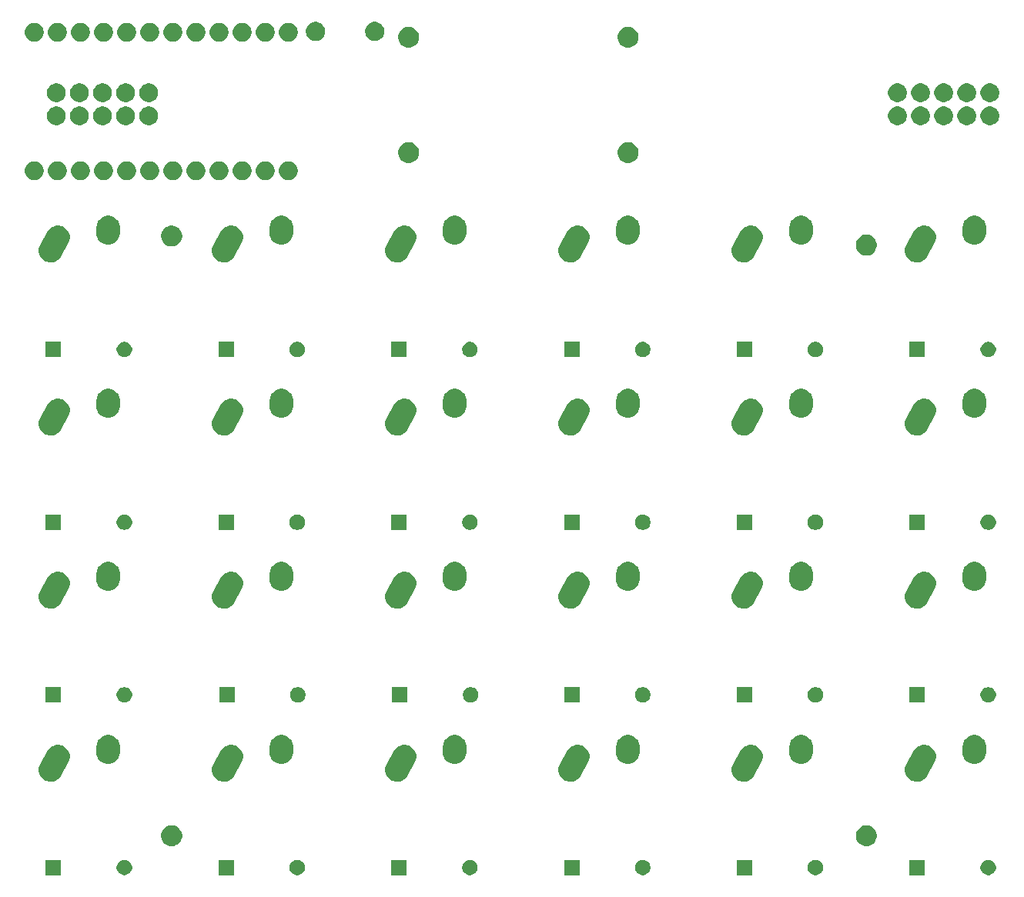
<source format=gbs>
G04 #@! TF.GenerationSoftware,KiCad,Pcbnew,(5.1.5)-3*
G04 #@! TF.CreationDate,2020-07-04T19:23:36+09:00*
G04 #@! TF.ProjectId,slamd,736c616d-642e-46b6-9963-61645f706362,rev?*
G04 #@! TF.SameCoordinates,Original*
G04 #@! TF.FileFunction,Soldermask,Bot*
G04 #@! TF.FilePolarity,Negative*
%FSLAX46Y46*%
G04 Gerber Fmt 4.6, Leading zero omitted, Abs format (unit mm)*
G04 Created by KiCad (PCBNEW (5.1.5)-3) date 2020-07-04 19:23:36*
%MOMM*%
%LPD*%
G04 APERTURE LIST*
%ADD10C,0.100000*%
G04 APERTURE END LIST*
D10*
G36*
X137648228Y-121681703D02*
G01*
X137803100Y-121745853D01*
X137942481Y-121838985D01*
X138061015Y-121957519D01*
X138154147Y-122096900D01*
X138218297Y-122251772D01*
X138251000Y-122416184D01*
X138251000Y-122583816D01*
X138218297Y-122748228D01*
X138154147Y-122903100D01*
X138061015Y-123042481D01*
X137942481Y-123161015D01*
X137803100Y-123254147D01*
X137648228Y-123318297D01*
X137483816Y-123351000D01*
X137316184Y-123351000D01*
X137151772Y-123318297D01*
X136996900Y-123254147D01*
X136857519Y-123161015D01*
X136738985Y-123042481D01*
X136645853Y-122903100D01*
X136581703Y-122748228D01*
X136549000Y-122583816D01*
X136549000Y-122416184D01*
X136581703Y-122251772D01*
X136645853Y-122096900D01*
X136738985Y-121957519D01*
X136857519Y-121838985D01*
X136996900Y-121745853D01*
X137151772Y-121681703D01*
X137316184Y-121649000D01*
X137483816Y-121649000D01*
X137648228Y-121681703D01*
G37*
G36*
X130451000Y-123351000D02*
G01*
X128749000Y-123351000D01*
X128749000Y-121649000D01*
X130451000Y-121649000D01*
X130451000Y-123351000D01*
G37*
G36*
X35451000Y-123351000D02*
G01*
X33749000Y-123351000D01*
X33749000Y-121649000D01*
X35451000Y-121649000D01*
X35451000Y-123351000D01*
G37*
G36*
X42648228Y-121681703D02*
G01*
X42803100Y-121745853D01*
X42942481Y-121838985D01*
X43061015Y-121957519D01*
X43154147Y-122096900D01*
X43218297Y-122251772D01*
X43251000Y-122416184D01*
X43251000Y-122583816D01*
X43218297Y-122748228D01*
X43154147Y-122903100D01*
X43061015Y-123042481D01*
X42942481Y-123161015D01*
X42803100Y-123254147D01*
X42648228Y-123318297D01*
X42483816Y-123351000D01*
X42316184Y-123351000D01*
X42151772Y-123318297D01*
X41996900Y-123254147D01*
X41857519Y-123161015D01*
X41738985Y-123042481D01*
X41645853Y-122903100D01*
X41581703Y-122748228D01*
X41549000Y-122583816D01*
X41549000Y-122416184D01*
X41581703Y-122251772D01*
X41645853Y-122096900D01*
X41738985Y-121957519D01*
X41857519Y-121838985D01*
X41996900Y-121745853D01*
X42151772Y-121681703D01*
X42316184Y-121649000D01*
X42483816Y-121649000D01*
X42648228Y-121681703D01*
G37*
G36*
X61648228Y-121681703D02*
G01*
X61803100Y-121745853D01*
X61942481Y-121838985D01*
X62061015Y-121957519D01*
X62154147Y-122096900D01*
X62218297Y-122251772D01*
X62251000Y-122416184D01*
X62251000Y-122583816D01*
X62218297Y-122748228D01*
X62154147Y-122903100D01*
X62061015Y-123042481D01*
X61942481Y-123161015D01*
X61803100Y-123254147D01*
X61648228Y-123318297D01*
X61483816Y-123351000D01*
X61316184Y-123351000D01*
X61151772Y-123318297D01*
X60996900Y-123254147D01*
X60857519Y-123161015D01*
X60738985Y-123042481D01*
X60645853Y-122903100D01*
X60581703Y-122748228D01*
X60549000Y-122583816D01*
X60549000Y-122416184D01*
X60581703Y-122251772D01*
X60645853Y-122096900D01*
X60738985Y-121957519D01*
X60857519Y-121838985D01*
X60996900Y-121745853D01*
X61151772Y-121681703D01*
X61316184Y-121649000D01*
X61483816Y-121649000D01*
X61648228Y-121681703D01*
G37*
G36*
X54451000Y-123351000D02*
G01*
X52749000Y-123351000D01*
X52749000Y-121649000D01*
X54451000Y-121649000D01*
X54451000Y-123351000D01*
G37*
G36*
X80648228Y-121681703D02*
G01*
X80803100Y-121745853D01*
X80942481Y-121838985D01*
X81061015Y-121957519D01*
X81154147Y-122096900D01*
X81218297Y-122251772D01*
X81251000Y-122416184D01*
X81251000Y-122583816D01*
X81218297Y-122748228D01*
X81154147Y-122903100D01*
X81061015Y-123042481D01*
X80942481Y-123161015D01*
X80803100Y-123254147D01*
X80648228Y-123318297D01*
X80483816Y-123351000D01*
X80316184Y-123351000D01*
X80151772Y-123318297D01*
X79996900Y-123254147D01*
X79857519Y-123161015D01*
X79738985Y-123042481D01*
X79645853Y-122903100D01*
X79581703Y-122748228D01*
X79549000Y-122583816D01*
X79549000Y-122416184D01*
X79581703Y-122251772D01*
X79645853Y-122096900D01*
X79738985Y-121957519D01*
X79857519Y-121838985D01*
X79996900Y-121745853D01*
X80151772Y-121681703D01*
X80316184Y-121649000D01*
X80483816Y-121649000D01*
X80648228Y-121681703D01*
G37*
G36*
X73451000Y-123351000D02*
G01*
X71749000Y-123351000D01*
X71749000Y-121649000D01*
X73451000Y-121649000D01*
X73451000Y-123351000D01*
G37*
G36*
X99648228Y-121681703D02*
G01*
X99803100Y-121745853D01*
X99942481Y-121838985D01*
X100061015Y-121957519D01*
X100154147Y-122096900D01*
X100218297Y-122251772D01*
X100251000Y-122416184D01*
X100251000Y-122583816D01*
X100218297Y-122748228D01*
X100154147Y-122903100D01*
X100061015Y-123042481D01*
X99942481Y-123161015D01*
X99803100Y-123254147D01*
X99648228Y-123318297D01*
X99483816Y-123351000D01*
X99316184Y-123351000D01*
X99151772Y-123318297D01*
X98996900Y-123254147D01*
X98857519Y-123161015D01*
X98738985Y-123042481D01*
X98645853Y-122903100D01*
X98581703Y-122748228D01*
X98549000Y-122583816D01*
X98549000Y-122416184D01*
X98581703Y-122251772D01*
X98645853Y-122096900D01*
X98738985Y-121957519D01*
X98857519Y-121838985D01*
X98996900Y-121745853D01*
X99151772Y-121681703D01*
X99316184Y-121649000D01*
X99483816Y-121649000D01*
X99648228Y-121681703D01*
G37*
G36*
X92451000Y-123351000D02*
G01*
X90749000Y-123351000D01*
X90749000Y-121649000D01*
X92451000Y-121649000D01*
X92451000Y-123351000D01*
G37*
G36*
X118648228Y-121681703D02*
G01*
X118803100Y-121745853D01*
X118942481Y-121838985D01*
X119061015Y-121957519D01*
X119154147Y-122096900D01*
X119218297Y-122251772D01*
X119251000Y-122416184D01*
X119251000Y-122583816D01*
X119218297Y-122748228D01*
X119154147Y-122903100D01*
X119061015Y-123042481D01*
X118942481Y-123161015D01*
X118803100Y-123254147D01*
X118648228Y-123318297D01*
X118483816Y-123351000D01*
X118316184Y-123351000D01*
X118151772Y-123318297D01*
X117996900Y-123254147D01*
X117857519Y-123161015D01*
X117738985Y-123042481D01*
X117645853Y-122903100D01*
X117581703Y-122748228D01*
X117549000Y-122583816D01*
X117549000Y-122416184D01*
X117581703Y-122251772D01*
X117645853Y-122096900D01*
X117738985Y-121957519D01*
X117857519Y-121838985D01*
X117996900Y-121745853D01*
X118151772Y-121681703D01*
X118316184Y-121649000D01*
X118483816Y-121649000D01*
X118648228Y-121681703D01*
G37*
G36*
X111451000Y-123351000D02*
G01*
X109749000Y-123351000D01*
X109749000Y-121649000D01*
X111451000Y-121649000D01*
X111451000Y-123351000D01*
G37*
G36*
X47824549Y-117871116D02*
G01*
X47935734Y-117893232D01*
X48145203Y-117979997D01*
X48333720Y-118105960D01*
X48494040Y-118266280D01*
X48620003Y-118454797D01*
X48706768Y-118664266D01*
X48751000Y-118886636D01*
X48751000Y-119113364D01*
X48706768Y-119335734D01*
X48620003Y-119545203D01*
X48494040Y-119733720D01*
X48333720Y-119894040D01*
X48145203Y-120020003D01*
X47935734Y-120106768D01*
X47824549Y-120128884D01*
X47713365Y-120151000D01*
X47486635Y-120151000D01*
X47375451Y-120128884D01*
X47264266Y-120106768D01*
X47054797Y-120020003D01*
X46866280Y-119894040D01*
X46705960Y-119733720D01*
X46579997Y-119545203D01*
X46493232Y-119335734D01*
X46449000Y-119113364D01*
X46449000Y-118886636D01*
X46493232Y-118664266D01*
X46579997Y-118454797D01*
X46705960Y-118266280D01*
X46866280Y-118105960D01*
X47054797Y-117979997D01*
X47264266Y-117893232D01*
X47375451Y-117871116D01*
X47486635Y-117849000D01*
X47713365Y-117849000D01*
X47824549Y-117871116D01*
G37*
G36*
X124224549Y-117871116D02*
G01*
X124335734Y-117893232D01*
X124545203Y-117979997D01*
X124733720Y-118105960D01*
X124894040Y-118266280D01*
X125020003Y-118454797D01*
X125106768Y-118664266D01*
X125151000Y-118886636D01*
X125151000Y-119113364D01*
X125106768Y-119335734D01*
X125020003Y-119545203D01*
X124894040Y-119733720D01*
X124733720Y-119894040D01*
X124545203Y-120020003D01*
X124335734Y-120106768D01*
X124224549Y-120128884D01*
X124113365Y-120151000D01*
X123886635Y-120151000D01*
X123775451Y-120128884D01*
X123664266Y-120106768D01*
X123454797Y-120020003D01*
X123266280Y-119894040D01*
X123105960Y-119733720D01*
X122979997Y-119545203D01*
X122893232Y-119335734D01*
X122849000Y-119113364D01*
X122849000Y-118886636D01*
X122893232Y-118664266D01*
X122979997Y-118454797D01*
X123105960Y-118266280D01*
X123266280Y-118105960D01*
X123454797Y-117979997D01*
X123664266Y-117893232D01*
X123775451Y-117871116D01*
X123886635Y-117849000D01*
X124113365Y-117849000D01*
X124224549Y-117871116D01*
G37*
G36*
X130499575Y-109001286D02*
G01*
X130750086Y-109055333D01*
X130883357Y-109113074D01*
X130985239Y-109157215D01*
X131096688Y-109234314D01*
X131195996Y-109303014D01*
X131195998Y-109303016D01*
X131374262Y-109487130D01*
X131513180Y-109702483D01*
X131607419Y-109940804D01*
X131640019Y-110119753D01*
X131653351Y-110192928D01*
X131649213Y-110449169D01*
X131595166Y-110699680D01*
X131518813Y-110875911D01*
X130645846Y-112447549D01*
X130536579Y-112605497D01*
X130536577Y-112605499D01*
X130352463Y-112783763D01*
X130167953Y-112902785D01*
X130137108Y-112922682D01*
X130114546Y-112931603D01*
X129898789Y-113016920D01*
X129719840Y-113049520D01*
X129646665Y-113062852D01*
X129390425Y-113058714D01*
X129139914Y-113004667D01*
X129006643Y-112946926D01*
X128904761Y-112902785D01*
X128793312Y-112825686D01*
X128694004Y-112756986D01*
X128694002Y-112756984D01*
X128515738Y-112572870D01*
X128376820Y-112357517D01*
X128282581Y-112119196D01*
X128249981Y-111940247D01*
X128236649Y-111867072D01*
X128240787Y-111610832D01*
X128294834Y-111360321D01*
X128371187Y-111184090D01*
X129244154Y-109612451D01*
X129353421Y-109454503D01*
X129353423Y-109454501D01*
X129537537Y-109276237D01*
X129752889Y-109137318D01*
X129991210Y-109043080D01*
X130170159Y-109010480D01*
X130243334Y-108997148D01*
X130499575Y-109001286D01*
G37*
G36*
X111449575Y-109001286D02*
G01*
X111700086Y-109055333D01*
X111833357Y-109113074D01*
X111935239Y-109157215D01*
X112046688Y-109234314D01*
X112145996Y-109303014D01*
X112145998Y-109303016D01*
X112324262Y-109487130D01*
X112463180Y-109702483D01*
X112557419Y-109940804D01*
X112590019Y-110119753D01*
X112603351Y-110192928D01*
X112599213Y-110449169D01*
X112545166Y-110699680D01*
X112468813Y-110875911D01*
X111595846Y-112447549D01*
X111486579Y-112605497D01*
X111486577Y-112605499D01*
X111302463Y-112783763D01*
X111117953Y-112902785D01*
X111087108Y-112922682D01*
X111064546Y-112931603D01*
X110848789Y-113016920D01*
X110669840Y-113049520D01*
X110596665Y-113062852D01*
X110340425Y-113058714D01*
X110089914Y-113004667D01*
X109956643Y-112946926D01*
X109854761Y-112902785D01*
X109743312Y-112825686D01*
X109644004Y-112756986D01*
X109644002Y-112756984D01*
X109465738Y-112572870D01*
X109326820Y-112357517D01*
X109232581Y-112119196D01*
X109199981Y-111940247D01*
X109186649Y-111867072D01*
X109190787Y-111610832D01*
X109244834Y-111360321D01*
X109321187Y-111184090D01*
X110194154Y-109612451D01*
X110303421Y-109454503D01*
X110303423Y-109454501D01*
X110487537Y-109276237D01*
X110702889Y-109137318D01*
X110941210Y-109043080D01*
X111120159Y-109010480D01*
X111193334Y-108997148D01*
X111449575Y-109001286D01*
G37*
G36*
X35249575Y-109001286D02*
G01*
X35500086Y-109055333D01*
X35633357Y-109113074D01*
X35735239Y-109157215D01*
X35846688Y-109234314D01*
X35945996Y-109303014D01*
X35945998Y-109303016D01*
X36124262Y-109487130D01*
X36263180Y-109702483D01*
X36357419Y-109940804D01*
X36390019Y-110119753D01*
X36403351Y-110192928D01*
X36399213Y-110449169D01*
X36345166Y-110699680D01*
X36268813Y-110875911D01*
X35395846Y-112447549D01*
X35286579Y-112605497D01*
X35286577Y-112605499D01*
X35102463Y-112783763D01*
X34917953Y-112902785D01*
X34887108Y-112922682D01*
X34864546Y-112931603D01*
X34648789Y-113016920D01*
X34469840Y-113049520D01*
X34396665Y-113062852D01*
X34140425Y-113058714D01*
X33889914Y-113004667D01*
X33756643Y-112946926D01*
X33654761Y-112902785D01*
X33543312Y-112825686D01*
X33444004Y-112756986D01*
X33444002Y-112756984D01*
X33265738Y-112572870D01*
X33126820Y-112357517D01*
X33032581Y-112119196D01*
X32999981Y-111940247D01*
X32986649Y-111867072D01*
X32990787Y-111610832D01*
X33044834Y-111360321D01*
X33121187Y-111184090D01*
X33994154Y-109612451D01*
X34103421Y-109454503D01*
X34103423Y-109454501D01*
X34287537Y-109276237D01*
X34502889Y-109137318D01*
X34741210Y-109043080D01*
X34920159Y-109010480D01*
X34993334Y-108997148D01*
X35249575Y-109001286D01*
G37*
G36*
X92399575Y-109001286D02*
G01*
X92650086Y-109055333D01*
X92783357Y-109113074D01*
X92885239Y-109157215D01*
X92996688Y-109234314D01*
X93095996Y-109303014D01*
X93095998Y-109303016D01*
X93274262Y-109487130D01*
X93413180Y-109702483D01*
X93507419Y-109940804D01*
X93540019Y-110119753D01*
X93553351Y-110192928D01*
X93549213Y-110449169D01*
X93495166Y-110699680D01*
X93418813Y-110875911D01*
X92545846Y-112447549D01*
X92436579Y-112605497D01*
X92436577Y-112605499D01*
X92252463Y-112783763D01*
X92067953Y-112902785D01*
X92037108Y-112922682D01*
X92014546Y-112931603D01*
X91798789Y-113016920D01*
X91619840Y-113049520D01*
X91546665Y-113062852D01*
X91290425Y-113058714D01*
X91039914Y-113004667D01*
X90906643Y-112946926D01*
X90804761Y-112902785D01*
X90693312Y-112825686D01*
X90594004Y-112756986D01*
X90594002Y-112756984D01*
X90415738Y-112572870D01*
X90276820Y-112357517D01*
X90182581Y-112119196D01*
X90149981Y-111940247D01*
X90136649Y-111867072D01*
X90140787Y-111610832D01*
X90194834Y-111360321D01*
X90271187Y-111184090D01*
X91144154Y-109612451D01*
X91253421Y-109454503D01*
X91253423Y-109454501D01*
X91437537Y-109276237D01*
X91652889Y-109137318D01*
X91891210Y-109043080D01*
X92070159Y-109010480D01*
X92143334Y-108997148D01*
X92399575Y-109001286D01*
G37*
G36*
X73349575Y-109001286D02*
G01*
X73600086Y-109055333D01*
X73733357Y-109113074D01*
X73835239Y-109157215D01*
X73946688Y-109234314D01*
X74045996Y-109303014D01*
X74045998Y-109303016D01*
X74224262Y-109487130D01*
X74363180Y-109702483D01*
X74457419Y-109940804D01*
X74490019Y-110119753D01*
X74503351Y-110192928D01*
X74499213Y-110449169D01*
X74445166Y-110699680D01*
X74368813Y-110875911D01*
X73495846Y-112447549D01*
X73386579Y-112605497D01*
X73386577Y-112605499D01*
X73202463Y-112783763D01*
X73017953Y-112902785D01*
X72987108Y-112922682D01*
X72964546Y-112931603D01*
X72748789Y-113016920D01*
X72569840Y-113049520D01*
X72496665Y-113062852D01*
X72240425Y-113058714D01*
X71989914Y-113004667D01*
X71856643Y-112946926D01*
X71754761Y-112902785D01*
X71643312Y-112825686D01*
X71544004Y-112756986D01*
X71544002Y-112756984D01*
X71365738Y-112572870D01*
X71226820Y-112357517D01*
X71132581Y-112119196D01*
X71099981Y-111940247D01*
X71086649Y-111867072D01*
X71090787Y-111610832D01*
X71144834Y-111360321D01*
X71221187Y-111184090D01*
X72094154Y-109612451D01*
X72203421Y-109454503D01*
X72203423Y-109454501D01*
X72387537Y-109276237D01*
X72602889Y-109137318D01*
X72841210Y-109043080D01*
X73020159Y-109010480D01*
X73093334Y-108997148D01*
X73349575Y-109001286D01*
G37*
G36*
X54299575Y-109001286D02*
G01*
X54550086Y-109055333D01*
X54683357Y-109113074D01*
X54785239Y-109157215D01*
X54896688Y-109234314D01*
X54995996Y-109303014D01*
X54995998Y-109303016D01*
X55174262Y-109487130D01*
X55313180Y-109702483D01*
X55407419Y-109940804D01*
X55440019Y-110119753D01*
X55453351Y-110192928D01*
X55449213Y-110449169D01*
X55395166Y-110699680D01*
X55318813Y-110875911D01*
X54445846Y-112447549D01*
X54336579Y-112605497D01*
X54336577Y-112605499D01*
X54152463Y-112783763D01*
X53967953Y-112902785D01*
X53937108Y-112922682D01*
X53914546Y-112931603D01*
X53698789Y-113016920D01*
X53519840Y-113049520D01*
X53446665Y-113062852D01*
X53190425Y-113058714D01*
X52939914Y-113004667D01*
X52806643Y-112946926D01*
X52704761Y-112902785D01*
X52593312Y-112825686D01*
X52494004Y-112756986D01*
X52494002Y-112756984D01*
X52315738Y-112572870D01*
X52176820Y-112357517D01*
X52082581Y-112119196D01*
X52049981Y-111940247D01*
X52036649Y-111867072D01*
X52040787Y-111610832D01*
X52094834Y-111360321D01*
X52171187Y-111184090D01*
X53044154Y-109612451D01*
X53153421Y-109454503D01*
X53153423Y-109454501D01*
X53337537Y-109276237D01*
X53552889Y-109137318D01*
X53791210Y-109043080D01*
X53970159Y-109010480D01*
X54043334Y-108997148D01*
X54299575Y-109001286D01*
G37*
G36*
X60031379Y-107958813D02*
G01*
X60270991Y-108049713D01*
X60488265Y-108185613D01*
X60674852Y-108361288D01*
X60786209Y-108517550D01*
X60823580Y-108569990D01*
X60928735Y-108803697D01*
X60928736Y-108803701D01*
X60986276Y-109053428D01*
X60992058Y-109245394D01*
X60977802Y-109454501D01*
X60943916Y-109951571D01*
X60912135Y-110140983D01*
X60821235Y-110380595D01*
X60777817Y-110450010D01*
X60685335Y-110597869D01*
X60509660Y-110784456D01*
X60353398Y-110895813D01*
X60300958Y-110933184D01*
X60067251Y-111038339D01*
X60067247Y-111038340D01*
X59817521Y-111095880D01*
X59561366Y-111103594D01*
X59561362Y-111103594D01*
X59308621Y-111061187D01*
X59069009Y-110970287D01*
X58851735Y-110834387D01*
X58798703Y-110784456D01*
X58665148Y-110658712D01*
X58553791Y-110502450D01*
X58516420Y-110450010D01*
X58411265Y-110216303D01*
X58353724Y-109966571D01*
X58352948Y-109940804D01*
X58347942Y-109774608D01*
X58396084Y-109068428D01*
X58408044Y-108997148D01*
X58427865Y-108879017D01*
X58518765Y-108639405D01*
X58654665Y-108422131D01*
X58711950Y-108361288D01*
X58830340Y-108235544D01*
X58986602Y-108124187D01*
X59039042Y-108086816D01*
X59272749Y-107981661D01*
X59272753Y-107981660D01*
X59522479Y-107924120D01*
X59778634Y-107916406D01*
X59778638Y-107916406D01*
X60031379Y-107958813D01*
G37*
G36*
X117181379Y-107958813D02*
G01*
X117420991Y-108049713D01*
X117638265Y-108185613D01*
X117824852Y-108361288D01*
X117936209Y-108517550D01*
X117973580Y-108569990D01*
X118078735Y-108803697D01*
X118078736Y-108803701D01*
X118136276Y-109053428D01*
X118142058Y-109245394D01*
X118127802Y-109454501D01*
X118093916Y-109951571D01*
X118062135Y-110140983D01*
X117971235Y-110380595D01*
X117927817Y-110450010D01*
X117835335Y-110597869D01*
X117659660Y-110784456D01*
X117503398Y-110895813D01*
X117450958Y-110933184D01*
X117217251Y-111038339D01*
X117217247Y-111038340D01*
X116967521Y-111095880D01*
X116711366Y-111103594D01*
X116711362Y-111103594D01*
X116458621Y-111061187D01*
X116219009Y-110970287D01*
X116001735Y-110834387D01*
X115948703Y-110784456D01*
X115815148Y-110658712D01*
X115703791Y-110502450D01*
X115666420Y-110450010D01*
X115561265Y-110216303D01*
X115503724Y-109966571D01*
X115502948Y-109940804D01*
X115497942Y-109774608D01*
X115546084Y-109068428D01*
X115558044Y-108997148D01*
X115577865Y-108879017D01*
X115668765Y-108639405D01*
X115804665Y-108422131D01*
X115861950Y-108361288D01*
X115980340Y-108235544D01*
X116136602Y-108124187D01*
X116189042Y-108086816D01*
X116422749Y-107981661D01*
X116422753Y-107981660D01*
X116672479Y-107924120D01*
X116928634Y-107916406D01*
X116928638Y-107916406D01*
X117181379Y-107958813D01*
G37*
G36*
X136231379Y-107958813D02*
G01*
X136470991Y-108049713D01*
X136688265Y-108185613D01*
X136874852Y-108361288D01*
X136986209Y-108517550D01*
X137023580Y-108569990D01*
X137128735Y-108803697D01*
X137128736Y-108803701D01*
X137186276Y-109053428D01*
X137192058Y-109245394D01*
X137177802Y-109454501D01*
X137143916Y-109951571D01*
X137112135Y-110140983D01*
X137021235Y-110380595D01*
X136977817Y-110450010D01*
X136885335Y-110597869D01*
X136709660Y-110784456D01*
X136553398Y-110895813D01*
X136500958Y-110933184D01*
X136267251Y-111038339D01*
X136267247Y-111038340D01*
X136017521Y-111095880D01*
X135761366Y-111103594D01*
X135761362Y-111103594D01*
X135508621Y-111061187D01*
X135269009Y-110970287D01*
X135051735Y-110834387D01*
X134998703Y-110784456D01*
X134865148Y-110658712D01*
X134753791Y-110502450D01*
X134716420Y-110450010D01*
X134611265Y-110216303D01*
X134553724Y-109966571D01*
X134552948Y-109940804D01*
X134547942Y-109774608D01*
X134596084Y-109068428D01*
X134608044Y-108997148D01*
X134627865Y-108879017D01*
X134718765Y-108639405D01*
X134854665Y-108422131D01*
X134911950Y-108361288D01*
X135030340Y-108235544D01*
X135186602Y-108124187D01*
X135239042Y-108086816D01*
X135472749Y-107981661D01*
X135472753Y-107981660D01*
X135722479Y-107924120D01*
X135978634Y-107916406D01*
X135978638Y-107916406D01*
X136231379Y-107958813D01*
G37*
G36*
X79081379Y-107958813D02*
G01*
X79320991Y-108049713D01*
X79538265Y-108185613D01*
X79724852Y-108361288D01*
X79836209Y-108517550D01*
X79873580Y-108569990D01*
X79978735Y-108803697D01*
X79978736Y-108803701D01*
X80036276Y-109053428D01*
X80042058Y-109245394D01*
X80027802Y-109454501D01*
X79993916Y-109951571D01*
X79962135Y-110140983D01*
X79871235Y-110380595D01*
X79827817Y-110450010D01*
X79735335Y-110597869D01*
X79559660Y-110784456D01*
X79403398Y-110895813D01*
X79350958Y-110933184D01*
X79117251Y-111038339D01*
X79117247Y-111038340D01*
X78867521Y-111095880D01*
X78611366Y-111103594D01*
X78611362Y-111103594D01*
X78358621Y-111061187D01*
X78119009Y-110970287D01*
X77901735Y-110834387D01*
X77848703Y-110784456D01*
X77715148Y-110658712D01*
X77603791Y-110502450D01*
X77566420Y-110450010D01*
X77461265Y-110216303D01*
X77403724Y-109966571D01*
X77402948Y-109940804D01*
X77397942Y-109774608D01*
X77446084Y-109068428D01*
X77458044Y-108997148D01*
X77477865Y-108879017D01*
X77568765Y-108639405D01*
X77704665Y-108422131D01*
X77761950Y-108361288D01*
X77880340Y-108235544D01*
X78036602Y-108124187D01*
X78089042Y-108086816D01*
X78322749Y-107981661D01*
X78322753Y-107981660D01*
X78572479Y-107924120D01*
X78828634Y-107916406D01*
X78828638Y-107916406D01*
X79081379Y-107958813D01*
G37*
G36*
X40981379Y-107958813D02*
G01*
X41220991Y-108049713D01*
X41438265Y-108185613D01*
X41624852Y-108361288D01*
X41736209Y-108517550D01*
X41773580Y-108569990D01*
X41878735Y-108803697D01*
X41878736Y-108803701D01*
X41936276Y-109053428D01*
X41942058Y-109245394D01*
X41927802Y-109454501D01*
X41893916Y-109951571D01*
X41862135Y-110140983D01*
X41771235Y-110380595D01*
X41727817Y-110450010D01*
X41635335Y-110597869D01*
X41459660Y-110784456D01*
X41303398Y-110895813D01*
X41250958Y-110933184D01*
X41017251Y-111038339D01*
X41017247Y-111038340D01*
X40767521Y-111095880D01*
X40511366Y-111103594D01*
X40511362Y-111103594D01*
X40258621Y-111061187D01*
X40019009Y-110970287D01*
X39801735Y-110834387D01*
X39748703Y-110784456D01*
X39615148Y-110658712D01*
X39503791Y-110502450D01*
X39466420Y-110450010D01*
X39361265Y-110216303D01*
X39303724Y-109966571D01*
X39302948Y-109940804D01*
X39297942Y-109774608D01*
X39346084Y-109068428D01*
X39358044Y-108997148D01*
X39377865Y-108879017D01*
X39468765Y-108639405D01*
X39604665Y-108422131D01*
X39661950Y-108361288D01*
X39780340Y-108235544D01*
X39936602Y-108124187D01*
X39989042Y-108086816D01*
X40222749Y-107981661D01*
X40222753Y-107981660D01*
X40472479Y-107924120D01*
X40728634Y-107916406D01*
X40728638Y-107916406D01*
X40981379Y-107958813D01*
G37*
G36*
X98131379Y-107958813D02*
G01*
X98370991Y-108049713D01*
X98588265Y-108185613D01*
X98774852Y-108361288D01*
X98886209Y-108517550D01*
X98923580Y-108569990D01*
X99028735Y-108803697D01*
X99028736Y-108803701D01*
X99086276Y-109053428D01*
X99092058Y-109245394D01*
X99077802Y-109454501D01*
X99043916Y-109951571D01*
X99012135Y-110140983D01*
X98921235Y-110380595D01*
X98877817Y-110450010D01*
X98785335Y-110597869D01*
X98609660Y-110784456D01*
X98453398Y-110895813D01*
X98400958Y-110933184D01*
X98167251Y-111038339D01*
X98167247Y-111038340D01*
X97917521Y-111095880D01*
X97661366Y-111103594D01*
X97661362Y-111103594D01*
X97408621Y-111061187D01*
X97169009Y-110970287D01*
X96951735Y-110834387D01*
X96898703Y-110784456D01*
X96765148Y-110658712D01*
X96653791Y-110502450D01*
X96616420Y-110450010D01*
X96511265Y-110216303D01*
X96453724Y-109966571D01*
X96452948Y-109940804D01*
X96447942Y-109774608D01*
X96496084Y-109068428D01*
X96508044Y-108997148D01*
X96527865Y-108879017D01*
X96618765Y-108639405D01*
X96754665Y-108422131D01*
X96811950Y-108361288D01*
X96930340Y-108235544D01*
X97086602Y-108124187D01*
X97139042Y-108086816D01*
X97372749Y-107981661D01*
X97372753Y-107981660D01*
X97622479Y-107924120D01*
X97878634Y-107916406D01*
X97878638Y-107916406D01*
X98131379Y-107958813D01*
G37*
G36*
X35451000Y-104351000D02*
G01*
X33749000Y-104351000D01*
X33749000Y-102649000D01*
X35451000Y-102649000D01*
X35451000Y-104351000D01*
G37*
G36*
X42648228Y-102681703D02*
G01*
X42803100Y-102745853D01*
X42942481Y-102838985D01*
X43061015Y-102957519D01*
X43154147Y-103096900D01*
X43218297Y-103251772D01*
X43251000Y-103416184D01*
X43251000Y-103583816D01*
X43218297Y-103748228D01*
X43154147Y-103903100D01*
X43061015Y-104042481D01*
X42942481Y-104161015D01*
X42803100Y-104254147D01*
X42648228Y-104318297D01*
X42483816Y-104351000D01*
X42316184Y-104351000D01*
X42151772Y-104318297D01*
X41996900Y-104254147D01*
X41857519Y-104161015D01*
X41738985Y-104042481D01*
X41645853Y-103903100D01*
X41581703Y-103748228D01*
X41549000Y-103583816D01*
X41549000Y-103416184D01*
X41581703Y-103251772D01*
X41645853Y-103096900D01*
X41738985Y-102957519D01*
X41857519Y-102838985D01*
X41996900Y-102745853D01*
X42151772Y-102681703D01*
X42316184Y-102649000D01*
X42483816Y-102649000D01*
X42648228Y-102681703D01*
G37*
G36*
X73526000Y-104351000D02*
G01*
X71824000Y-104351000D01*
X71824000Y-102649000D01*
X73526000Y-102649000D01*
X73526000Y-104351000D01*
G37*
G36*
X137648228Y-102681703D02*
G01*
X137803100Y-102745853D01*
X137942481Y-102838985D01*
X138061015Y-102957519D01*
X138154147Y-103096900D01*
X138218297Y-103251772D01*
X138251000Y-103416184D01*
X138251000Y-103583816D01*
X138218297Y-103748228D01*
X138154147Y-103903100D01*
X138061015Y-104042481D01*
X137942481Y-104161015D01*
X137803100Y-104254147D01*
X137648228Y-104318297D01*
X137483816Y-104351000D01*
X137316184Y-104351000D01*
X137151772Y-104318297D01*
X136996900Y-104254147D01*
X136857519Y-104161015D01*
X136738985Y-104042481D01*
X136645853Y-103903100D01*
X136581703Y-103748228D01*
X136549000Y-103583816D01*
X136549000Y-103416184D01*
X136581703Y-103251772D01*
X136645853Y-103096900D01*
X136738985Y-102957519D01*
X136857519Y-102838985D01*
X136996900Y-102745853D01*
X137151772Y-102681703D01*
X137316184Y-102649000D01*
X137483816Y-102649000D01*
X137648228Y-102681703D01*
G37*
G36*
X130451000Y-104351000D02*
G01*
X128749000Y-104351000D01*
X128749000Y-102649000D01*
X130451000Y-102649000D01*
X130451000Y-104351000D01*
G37*
G36*
X80723228Y-102681703D02*
G01*
X80878100Y-102745853D01*
X81017481Y-102838985D01*
X81136015Y-102957519D01*
X81229147Y-103096900D01*
X81293297Y-103251772D01*
X81326000Y-103416184D01*
X81326000Y-103583816D01*
X81293297Y-103748228D01*
X81229147Y-103903100D01*
X81136015Y-104042481D01*
X81017481Y-104161015D01*
X80878100Y-104254147D01*
X80723228Y-104318297D01*
X80558816Y-104351000D01*
X80391184Y-104351000D01*
X80226772Y-104318297D01*
X80071900Y-104254147D01*
X79932519Y-104161015D01*
X79813985Y-104042481D01*
X79720853Y-103903100D01*
X79656703Y-103748228D01*
X79624000Y-103583816D01*
X79624000Y-103416184D01*
X79656703Y-103251772D01*
X79720853Y-103096900D01*
X79813985Y-102957519D01*
X79932519Y-102838985D01*
X80071900Y-102745853D01*
X80226772Y-102681703D01*
X80391184Y-102649000D01*
X80558816Y-102649000D01*
X80723228Y-102681703D01*
G37*
G36*
X118648228Y-102681703D02*
G01*
X118803100Y-102745853D01*
X118942481Y-102838985D01*
X119061015Y-102957519D01*
X119154147Y-103096900D01*
X119218297Y-103251772D01*
X119251000Y-103416184D01*
X119251000Y-103583816D01*
X119218297Y-103748228D01*
X119154147Y-103903100D01*
X119061015Y-104042481D01*
X118942481Y-104161015D01*
X118803100Y-104254147D01*
X118648228Y-104318297D01*
X118483816Y-104351000D01*
X118316184Y-104351000D01*
X118151772Y-104318297D01*
X117996900Y-104254147D01*
X117857519Y-104161015D01*
X117738985Y-104042481D01*
X117645853Y-103903100D01*
X117581703Y-103748228D01*
X117549000Y-103583816D01*
X117549000Y-103416184D01*
X117581703Y-103251772D01*
X117645853Y-103096900D01*
X117738985Y-102957519D01*
X117857519Y-102838985D01*
X117996900Y-102745853D01*
X118151772Y-102681703D01*
X118316184Y-102649000D01*
X118483816Y-102649000D01*
X118648228Y-102681703D01*
G37*
G36*
X111451000Y-104351000D02*
G01*
X109749000Y-104351000D01*
X109749000Y-102649000D01*
X111451000Y-102649000D01*
X111451000Y-104351000D01*
G37*
G36*
X54526000Y-104351000D02*
G01*
X52824000Y-104351000D01*
X52824000Y-102649000D01*
X54526000Y-102649000D01*
X54526000Y-104351000D01*
G37*
G36*
X61723228Y-102681703D02*
G01*
X61878100Y-102745853D01*
X62017481Y-102838985D01*
X62136015Y-102957519D01*
X62229147Y-103096900D01*
X62293297Y-103251772D01*
X62326000Y-103416184D01*
X62326000Y-103583816D01*
X62293297Y-103748228D01*
X62229147Y-103903100D01*
X62136015Y-104042481D01*
X62017481Y-104161015D01*
X61878100Y-104254147D01*
X61723228Y-104318297D01*
X61558816Y-104351000D01*
X61391184Y-104351000D01*
X61226772Y-104318297D01*
X61071900Y-104254147D01*
X60932519Y-104161015D01*
X60813985Y-104042481D01*
X60720853Y-103903100D01*
X60656703Y-103748228D01*
X60624000Y-103583816D01*
X60624000Y-103416184D01*
X60656703Y-103251772D01*
X60720853Y-103096900D01*
X60813985Y-102957519D01*
X60932519Y-102838985D01*
X61071900Y-102745853D01*
X61226772Y-102681703D01*
X61391184Y-102649000D01*
X61558816Y-102649000D01*
X61723228Y-102681703D01*
G37*
G36*
X99648228Y-102681703D02*
G01*
X99803100Y-102745853D01*
X99942481Y-102838985D01*
X100061015Y-102957519D01*
X100154147Y-103096900D01*
X100218297Y-103251772D01*
X100251000Y-103416184D01*
X100251000Y-103583816D01*
X100218297Y-103748228D01*
X100154147Y-103903100D01*
X100061015Y-104042481D01*
X99942481Y-104161015D01*
X99803100Y-104254147D01*
X99648228Y-104318297D01*
X99483816Y-104351000D01*
X99316184Y-104351000D01*
X99151772Y-104318297D01*
X98996900Y-104254147D01*
X98857519Y-104161015D01*
X98738985Y-104042481D01*
X98645853Y-103903100D01*
X98581703Y-103748228D01*
X98549000Y-103583816D01*
X98549000Y-103416184D01*
X98581703Y-103251772D01*
X98645853Y-103096900D01*
X98738985Y-102957519D01*
X98857519Y-102838985D01*
X98996900Y-102745853D01*
X99151772Y-102681703D01*
X99316184Y-102649000D01*
X99483816Y-102649000D01*
X99648228Y-102681703D01*
G37*
G36*
X92451000Y-104351000D02*
G01*
X90749000Y-104351000D01*
X90749000Y-102649000D01*
X92451000Y-102649000D01*
X92451000Y-104351000D01*
G37*
G36*
X92399575Y-89951286D02*
G01*
X92650086Y-90005333D01*
X92783357Y-90063074D01*
X92885239Y-90107215D01*
X92996688Y-90184314D01*
X93095996Y-90253014D01*
X93095998Y-90253016D01*
X93274262Y-90437130D01*
X93413180Y-90652483D01*
X93507419Y-90890804D01*
X93540019Y-91069753D01*
X93553351Y-91142928D01*
X93549213Y-91399169D01*
X93495166Y-91649680D01*
X93418813Y-91825911D01*
X92545846Y-93397549D01*
X92436579Y-93555497D01*
X92436577Y-93555499D01*
X92252463Y-93733763D01*
X92067953Y-93852785D01*
X92037108Y-93872682D01*
X92014546Y-93881603D01*
X91798789Y-93966920D01*
X91619840Y-93999520D01*
X91546665Y-94012852D01*
X91290425Y-94008714D01*
X91039914Y-93954667D01*
X90906643Y-93896926D01*
X90804761Y-93852785D01*
X90693312Y-93775686D01*
X90594004Y-93706986D01*
X90594002Y-93706984D01*
X90415738Y-93522870D01*
X90276820Y-93307517D01*
X90182581Y-93069196D01*
X90149981Y-92890247D01*
X90136649Y-92817072D01*
X90140787Y-92560832D01*
X90194834Y-92310321D01*
X90271187Y-92134090D01*
X91144154Y-90562451D01*
X91253421Y-90404503D01*
X91253423Y-90404501D01*
X91437537Y-90226237D01*
X91652889Y-90087318D01*
X91891210Y-89993080D01*
X92070159Y-89960480D01*
X92143334Y-89947148D01*
X92399575Y-89951286D01*
G37*
G36*
X54299575Y-89951286D02*
G01*
X54550086Y-90005333D01*
X54683357Y-90063074D01*
X54785239Y-90107215D01*
X54896688Y-90184314D01*
X54995996Y-90253014D01*
X54995998Y-90253016D01*
X55174262Y-90437130D01*
X55313180Y-90652483D01*
X55407419Y-90890804D01*
X55440019Y-91069753D01*
X55453351Y-91142928D01*
X55449213Y-91399169D01*
X55395166Y-91649680D01*
X55318813Y-91825911D01*
X54445846Y-93397549D01*
X54336579Y-93555497D01*
X54336577Y-93555499D01*
X54152463Y-93733763D01*
X53967953Y-93852785D01*
X53937108Y-93872682D01*
X53914546Y-93881603D01*
X53698789Y-93966920D01*
X53519840Y-93999520D01*
X53446665Y-94012852D01*
X53190425Y-94008714D01*
X52939914Y-93954667D01*
X52806643Y-93896926D01*
X52704761Y-93852785D01*
X52593312Y-93775686D01*
X52494004Y-93706986D01*
X52494002Y-93706984D01*
X52315738Y-93522870D01*
X52176820Y-93307517D01*
X52082581Y-93069196D01*
X52049981Y-92890247D01*
X52036649Y-92817072D01*
X52040787Y-92560832D01*
X52094834Y-92310321D01*
X52171187Y-92134090D01*
X53044154Y-90562451D01*
X53153421Y-90404503D01*
X53153423Y-90404501D01*
X53337537Y-90226237D01*
X53552889Y-90087318D01*
X53791210Y-89993080D01*
X53970159Y-89960480D01*
X54043334Y-89947148D01*
X54299575Y-89951286D01*
G37*
G36*
X73349575Y-89951286D02*
G01*
X73600086Y-90005333D01*
X73733357Y-90063074D01*
X73835239Y-90107215D01*
X73946688Y-90184314D01*
X74045996Y-90253014D01*
X74045998Y-90253016D01*
X74224262Y-90437130D01*
X74363180Y-90652483D01*
X74457419Y-90890804D01*
X74490019Y-91069753D01*
X74503351Y-91142928D01*
X74499213Y-91399169D01*
X74445166Y-91649680D01*
X74368813Y-91825911D01*
X73495846Y-93397549D01*
X73386579Y-93555497D01*
X73386577Y-93555499D01*
X73202463Y-93733763D01*
X73017953Y-93852785D01*
X72987108Y-93872682D01*
X72964546Y-93881603D01*
X72748789Y-93966920D01*
X72569840Y-93999520D01*
X72496665Y-94012852D01*
X72240425Y-94008714D01*
X71989914Y-93954667D01*
X71856643Y-93896926D01*
X71754761Y-93852785D01*
X71643312Y-93775686D01*
X71544004Y-93706986D01*
X71544002Y-93706984D01*
X71365738Y-93522870D01*
X71226820Y-93307517D01*
X71132581Y-93069196D01*
X71099981Y-92890247D01*
X71086649Y-92817072D01*
X71090787Y-92560832D01*
X71144834Y-92310321D01*
X71221187Y-92134090D01*
X72094154Y-90562451D01*
X72203421Y-90404503D01*
X72203423Y-90404501D01*
X72387537Y-90226237D01*
X72602889Y-90087318D01*
X72841210Y-89993080D01*
X73020159Y-89960480D01*
X73093334Y-89947148D01*
X73349575Y-89951286D01*
G37*
G36*
X35249575Y-89951286D02*
G01*
X35500086Y-90005333D01*
X35633357Y-90063074D01*
X35735239Y-90107215D01*
X35846688Y-90184314D01*
X35945996Y-90253014D01*
X35945998Y-90253016D01*
X36124262Y-90437130D01*
X36263180Y-90652483D01*
X36357419Y-90890804D01*
X36390019Y-91069753D01*
X36403351Y-91142928D01*
X36399213Y-91399169D01*
X36345166Y-91649680D01*
X36268813Y-91825911D01*
X35395846Y-93397549D01*
X35286579Y-93555497D01*
X35286577Y-93555499D01*
X35102463Y-93733763D01*
X34917953Y-93852785D01*
X34887108Y-93872682D01*
X34864546Y-93881603D01*
X34648789Y-93966920D01*
X34469840Y-93999520D01*
X34396665Y-94012852D01*
X34140425Y-94008714D01*
X33889914Y-93954667D01*
X33756643Y-93896926D01*
X33654761Y-93852785D01*
X33543312Y-93775686D01*
X33444004Y-93706986D01*
X33444002Y-93706984D01*
X33265738Y-93522870D01*
X33126820Y-93307517D01*
X33032581Y-93069196D01*
X32999981Y-92890247D01*
X32986649Y-92817072D01*
X32990787Y-92560832D01*
X33044834Y-92310321D01*
X33121187Y-92134090D01*
X33994154Y-90562451D01*
X34103421Y-90404503D01*
X34103423Y-90404501D01*
X34287537Y-90226237D01*
X34502889Y-90087318D01*
X34741210Y-89993080D01*
X34920159Y-89960480D01*
X34993334Y-89947148D01*
X35249575Y-89951286D01*
G37*
G36*
X130499575Y-89951286D02*
G01*
X130750086Y-90005333D01*
X130883357Y-90063074D01*
X130985239Y-90107215D01*
X131096688Y-90184314D01*
X131195996Y-90253014D01*
X131195998Y-90253016D01*
X131374262Y-90437130D01*
X131513180Y-90652483D01*
X131607419Y-90890804D01*
X131640019Y-91069753D01*
X131653351Y-91142928D01*
X131649213Y-91399169D01*
X131595166Y-91649680D01*
X131518813Y-91825911D01*
X130645846Y-93397549D01*
X130536579Y-93555497D01*
X130536577Y-93555499D01*
X130352463Y-93733763D01*
X130167953Y-93852785D01*
X130137108Y-93872682D01*
X130114546Y-93881603D01*
X129898789Y-93966920D01*
X129719840Y-93999520D01*
X129646665Y-94012852D01*
X129390425Y-94008714D01*
X129139914Y-93954667D01*
X129006643Y-93896926D01*
X128904761Y-93852785D01*
X128793312Y-93775686D01*
X128694004Y-93706986D01*
X128694002Y-93706984D01*
X128515738Y-93522870D01*
X128376820Y-93307517D01*
X128282581Y-93069196D01*
X128249981Y-92890247D01*
X128236649Y-92817072D01*
X128240787Y-92560832D01*
X128294834Y-92310321D01*
X128371187Y-92134090D01*
X129244154Y-90562451D01*
X129353421Y-90404503D01*
X129353423Y-90404501D01*
X129537537Y-90226237D01*
X129752889Y-90087318D01*
X129991210Y-89993080D01*
X130170159Y-89960480D01*
X130243334Y-89947148D01*
X130499575Y-89951286D01*
G37*
G36*
X111449575Y-89951286D02*
G01*
X111700086Y-90005333D01*
X111833357Y-90063074D01*
X111935239Y-90107215D01*
X112046688Y-90184314D01*
X112145996Y-90253014D01*
X112145998Y-90253016D01*
X112324262Y-90437130D01*
X112463180Y-90652483D01*
X112557419Y-90890804D01*
X112590019Y-91069753D01*
X112603351Y-91142928D01*
X112599213Y-91399169D01*
X112545166Y-91649680D01*
X112468813Y-91825911D01*
X111595846Y-93397549D01*
X111486579Y-93555497D01*
X111486577Y-93555499D01*
X111302463Y-93733763D01*
X111117953Y-93852785D01*
X111087108Y-93872682D01*
X111064546Y-93881603D01*
X110848789Y-93966920D01*
X110669840Y-93999520D01*
X110596665Y-94012852D01*
X110340425Y-94008714D01*
X110089914Y-93954667D01*
X109956643Y-93896926D01*
X109854761Y-93852785D01*
X109743312Y-93775686D01*
X109644004Y-93706986D01*
X109644002Y-93706984D01*
X109465738Y-93522870D01*
X109326820Y-93307517D01*
X109232581Y-93069196D01*
X109199981Y-92890247D01*
X109186649Y-92817072D01*
X109190787Y-92560832D01*
X109244834Y-92310321D01*
X109321187Y-92134090D01*
X110194154Y-90562451D01*
X110303421Y-90404503D01*
X110303423Y-90404501D01*
X110487537Y-90226237D01*
X110702889Y-90087318D01*
X110941210Y-89993080D01*
X111120159Y-89960480D01*
X111193334Y-89947148D01*
X111449575Y-89951286D01*
G37*
G36*
X98131379Y-88908813D02*
G01*
X98370991Y-88999713D01*
X98588265Y-89135613D01*
X98774852Y-89311288D01*
X98886209Y-89467550D01*
X98923580Y-89519990D01*
X99028735Y-89753697D01*
X99028736Y-89753701D01*
X99086276Y-90003428D01*
X99092058Y-90195394D01*
X99077802Y-90404501D01*
X99043916Y-90901571D01*
X99012135Y-91090983D01*
X98921235Y-91330595D01*
X98877817Y-91400010D01*
X98785335Y-91547869D01*
X98609660Y-91734456D01*
X98453398Y-91845813D01*
X98400958Y-91883184D01*
X98167251Y-91988339D01*
X98167247Y-91988340D01*
X97917521Y-92045880D01*
X97661366Y-92053594D01*
X97661362Y-92053594D01*
X97408621Y-92011187D01*
X97169009Y-91920287D01*
X96951735Y-91784387D01*
X96898703Y-91734456D01*
X96765148Y-91608712D01*
X96653791Y-91452450D01*
X96616420Y-91400010D01*
X96511265Y-91166303D01*
X96453724Y-90916571D01*
X96452948Y-90890804D01*
X96447942Y-90724608D01*
X96496084Y-90018428D01*
X96508044Y-89947148D01*
X96527865Y-89829017D01*
X96618765Y-89589405D01*
X96754665Y-89372131D01*
X96811950Y-89311288D01*
X96930340Y-89185544D01*
X97086602Y-89074187D01*
X97139042Y-89036816D01*
X97372749Y-88931661D01*
X97372753Y-88931660D01*
X97622479Y-88874120D01*
X97878634Y-88866406D01*
X97878638Y-88866406D01*
X98131379Y-88908813D01*
G37*
G36*
X60031379Y-88908813D02*
G01*
X60270991Y-88999713D01*
X60488265Y-89135613D01*
X60674852Y-89311288D01*
X60786209Y-89467550D01*
X60823580Y-89519990D01*
X60928735Y-89753697D01*
X60928736Y-89753701D01*
X60986276Y-90003428D01*
X60992058Y-90195394D01*
X60977802Y-90404501D01*
X60943916Y-90901571D01*
X60912135Y-91090983D01*
X60821235Y-91330595D01*
X60777817Y-91400010D01*
X60685335Y-91547869D01*
X60509660Y-91734456D01*
X60353398Y-91845813D01*
X60300958Y-91883184D01*
X60067251Y-91988339D01*
X60067247Y-91988340D01*
X59817521Y-92045880D01*
X59561366Y-92053594D01*
X59561362Y-92053594D01*
X59308621Y-92011187D01*
X59069009Y-91920287D01*
X58851735Y-91784387D01*
X58798703Y-91734456D01*
X58665148Y-91608712D01*
X58553791Y-91452450D01*
X58516420Y-91400010D01*
X58411265Y-91166303D01*
X58353724Y-90916571D01*
X58352948Y-90890804D01*
X58347942Y-90724608D01*
X58396084Y-90018428D01*
X58408044Y-89947148D01*
X58427865Y-89829017D01*
X58518765Y-89589405D01*
X58654665Y-89372131D01*
X58711950Y-89311288D01*
X58830340Y-89185544D01*
X58986602Y-89074187D01*
X59039042Y-89036816D01*
X59272749Y-88931661D01*
X59272753Y-88931660D01*
X59522479Y-88874120D01*
X59778634Y-88866406D01*
X59778638Y-88866406D01*
X60031379Y-88908813D01*
G37*
G36*
X117181379Y-88908813D02*
G01*
X117420991Y-88999713D01*
X117638265Y-89135613D01*
X117824852Y-89311288D01*
X117936209Y-89467550D01*
X117973580Y-89519990D01*
X118078735Y-89753697D01*
X118078736Y-89753701D01*
X118136276Y-90003428D01*
X118142058Y-90195394D01*
X118127802Y-90404501D01*
X118093916Y-90901571D01*
X118062135Y-91090983D01*
X117971235Y-91330595D01*
X117927817Y-91400010D01*
X117835335Y-91547869D01*
X117659660Y-91734456D01*
X117503398Y-91845813D01*
X117450958Y-91883184D01*
X117217251Y-91988339D01*
X117217247Y-91988340D01*
X116967521Y-92045880D01*
X116711366Y-92053594D01*
X116711362Y-92053594D01*
X116458621Y-92011187D01*
X116219009Y-91920287D01*
X116001735Y-91784387D01*
X115948703Y-91734456D01*
X115815148Y-91608712D01*
X115703791Y-91452450D01*
X115666420Y-91400010D01*
X115561265Y-91166303D01*
X115503724Y-90916571D01*
X115502948Y-90890804D01*
X115497942Y-90724608D01*
X115546084Y-90018428D01*
X115558044Y-89947148D01*
X115577865Y-89829017D01*
X115668765Y-89589405D01*
X115804665Y-89372131D01*
X115861950Y-89311288D01*
X115980340Y-89185544D01*
X116136602Y-89074187D01*
X116189042Y-89036816D01*
X116422749Y-88931661D01*
X116422753Y-88931660D01*
X116672479Y-88874120D01*
X116928634Y-88866406D01*
X116928638Y-88866406D01*
X117181379Y-88908813D01*
G37*
G36*
X79081379Y-88908813D02*
G01*
X79320991Y-88999713D01*
X79538265Y-89135613D01*
X79724852Y-89311288D01*
X79836209Y-89467550D01*
X79873580Y-89519990D01*
X79978735Y-89753697D01*
X79978736Y-89753701D01*
X80036276Y-90003428D01*
X80042058Y-90195394D01*
X80027802Y-90404501D01*
X79993916Y-90901571D01*
X79962135Y-91090983D01*
X79871235Y-91330595D01*
X79827817Y-91400010D01*
X79735335Y-91547869D01*
X79559660Y-91734456D01*
X79403398Y-91845813D01*
X79350958Y-91883184D01*
X79117251Y-91988339D01*
X79117247Y-91988340D01*
X78867521Y-92045880D01*
X78611366Y-92053594D01*
X78611362Y-92053594D01*
X78358621Y-92011187D01*
X78119009Y-91920287D01*
X77901735Y-91784387D01*
X77848703Y-91734456D01*
X77715148Y-91608712D01*
X77603791Y-91452450D01*
X77566420Y-91400010D01*
X77461265Y-91166303D01*
X77403724Y-90916571D01*
X77402948Y-90890804D01*
X77397942Y-90724608D01*
X77446084Y-90018428D01*
X77458044Y-89947148D01*
X77477865Y-89829017D01*
X77568765Y-89589405D01*
X77704665Y-89372131D01*
X77761950Y-89311288D01*
X77880340Y-89185544D01*
X78036602Y-89074187D01*
X78089042Y-89036816D01*
X78322749Y-88931661D01*
X78322753Y-88931660D01*
X78572479Y-88874120D01*
X78828634Y-88866406D01*
X78828638Y-88866406D01*
X79081379Y-88908813D01*
G37*
G36*
X40981379Y-88908813D02*
G01*
X41220991Y-88999713D01*
X41438265Y-89135613D01*
X41624852Y-89311288D01*
X41736209Y-89467550D01*
X41773580Y-89519990D01*
X41878735Y-89753697D01*
X41878736Y-89753701D01*
X41936276Y-90003428D01*
X41942058Y-90195394D01*
X41927802Y-90404501D01*
X41893916Y-90901571D01*
X41862135Y-91090983D01*
X41771235Y-91330595D01*
X41727817Y-91400010D01*
X41635335Y-91547869D01*
X41459660Y-91734456D01*
X41303398Y-91845813D01*
X41250958Y-91883184D01*
X41017251Y-91988339D01*
X41017247Y-91988340D01*
X40767521Y-92045880D01*
X40511366Y-92053594D01*
X40511362Y-92053594D01*
X40258621Y-92011187D01*
X40019009Y-91920287D01*
X39801735Y-91784387D01*
X39748703Y-91734456D01*
X39615148Y-91608712D01*
X39503791Y-91452450D01*
X39466420Y-91400010D01*
X39361265Y-91166303D01*
X39303724Y-90916571D01*
X39302948Y-90890804D01*
X39297942Y-90724608D01*
X39346084Y-90018428D01*
X39358044Y-89947148D01*
X39377865Y-89829017D01*
X39468765Y-89589405D01*
X39604665Y-89372131D01*
X39661950Y-89311288D01*
X39780340Y-89185544D01*
X39936602Y-89074187D01*
X39989042Y-89036816D01*
X40222749Y-88931661D01*
X40222753Y-88931660D01*
X40472479Y-88874120D01*
X40728634Y-88866406D01*
X40728638Y-88866406D01*
X40981379Y-88908813D01*
G37*
G36*
X136231379Y-88908813D02*
G01*
X136470991Y-88999713D01*
X136688265Y-89135613D01*
X136874852Y-89311288D01*
X136986209Y-89467550D01*
X137023580Y-89519990D01*
X137128735Y-89753697D01*
X137128736Y-89753701D01*
X137186276Y-90003428D01*
X137192058Y-90195394D01*
X137177802Y-90404501D01*
X137143916Y-90901571D01*
X137112135Y-91090983D01*
X137021235Y-91330595D01*
X136977817Y-91400010D01*
X136885335Y-91547869D01*
X136709660Y-91734456D01*
X136553398Y-91845813D01*
X136500958Y-91883184D01*
X136267251Y-91988339D01*
X136267247Y-91988340D01*
X136017521Y-92045880D01*
X135761366Y-92053594D01*
X135761362Y-92053594D01*
X135508621Y-92011187D01*
X135269009Y-91920287D01*
X135051735Y-91784387D01*
X134998703Y-91734456D01*
X134865148Y-91608712D01*
X134753791Y-91452450D01*
X134716420Y-91400010D01*
X134611265Y-91166303D01*
X134553724Y-90916571D01*
X134552948Y-90890804D01*
X134547942Y-90724608D01*
X134596084Y-90018428D01*
X134608044Y-89947148D01*
X134627865Y-89829017D01*
X134718765Y-89589405D01*
X134854665Y-89372131D01*
X134911950Y-89311288D01*
X135030340Y-89185544D01*
X135186602Y-89074187D01*
X135239042Y-89036816D01*
X135472749Y-88931661D01*
X135472753Y-88931660D01*
X135722479Y-88874120D01*
X135978634Y-88866406D01*
X135978638Y-88866406D01*
X136231379Y-88908813D01*
G37*
G36*
X35451000Y-85351000D02*
G01*
X33749000Y-85351000D01*
X33749000Y-83649000D01*
X35451000Y-83649000D01*
X35451000Y-85351000D01*
G37*
G36*
X54451000Y-85351000D02*
G01*
X52749000Y-85351000D01*
X52749000Y-83649000D01*
X54451000Y-83649000D01*
X54451000Y-85351000D01*
G37*
G36*
X42648228Y-83681703D02*
G01*
X42803100Y-83745853D01*
X42942481Y-83838985D01*
X43061015Y-83957519D01*
X43154147Y-84096900D01*
X43218297Y-84251772D01*
X43251000Y-84416184D01*
X43251000Y-84583816D01*
X43218297Y-84748228D01*
X43154147Y-84903100D01*
X43061015Y-85042481D01*
X42942481Y-85161015D01*
X42803100Y-85254147D01*
X42648228Y-85318297D01*
X42483816Y-85351000D01*
X42316184Y-85351000D01*
X42151772Y-85318297D01*
X41996900Y-85254147D01*
X41857519Y-85161015D01*
X41738985Y-85042481D01*
X41645853Y-84903100D01*
X41581703Y-84748228D01*
X41549000Y-84583816D01*
X41549000Y-84416184D01*
X41581703Y-84251772D01*
X41645853Y-84096900D01*
X41738985Y-83957519D01*
X41857519Y-83838985D01*
X41996900Y-83745853D01*
X42151772Y-83681703D01*
X42316184Y-83649000D01*
X42483816Y-83649000D01*
X42648228Y-83681703D01*
G37*
G36*
X73451000Y-85351000D02*
G01*
X71749000Y-85351000D01*
X71749000Y-83649000D01*
X73451000Y-83649000D01*
X73451000Y-85351000D01*
G37*
G36*
X137648228Y-83681703D02*
G01*
X137803100Y-83745853D01*
X137942481Y-83838985D01*
X138061015Y-83957519D01*
X138154147Y-84096900D01*
X138218297Y-84251772D01*
X138251000Y-84416184D01*
X138251000Y-84583816D01*
X138218297Y-84748228D01*
X138154147Y-84903100D01*
X138061015Y-85042481D01*
X137942481Y-85161015D01*
X137803100Y-85254147D01*
X137648228Y-85318297D01*
X137483816Y-85351000D01*
X137316184Y-85351000D01*
X137151772Y-85318297D01*
X136996900Y-85254147D01*
X136857519Y-85161015D01*
X136738985Y-85042481D01*
X136645853Y-84903100D01*
X136581703Y-84748228D01*
X136549000Y-84583816D01*
X136549000Y-84416184D01*
X136581703Y-84251772D01*
X136645853Y-84096900D01*
X136738985Y-83957519D01*
X136857519Y-83838985D01*
X136996900Y-83745853D01*
X137151772Y-83681703D01*
X137316184Y-83649000D01*
X137483816Y-83649000D01*
X137648228Y-83681703D01*
G37*
G36*
X80648228Y-83681703D02*
G01*
X80803100Y-83745853D01*
X80942481Y-83838985D01*
X81061015Y-83957519D01*
X81154147Y-84096900D01*
X81218297Y-84251772D01*
X81251000Y-84416184D01*
X81251000Y-84583816D01*
X81218297Y-84748228D01*
X81154147Y-84903100D01*
X81061015Y-85042481D01*
X80942481Y-85161015D01*
X80803100Y-85254147D01*
X80648228Y-85318297D01*
X80483816Y-85351000D01*
X80316184Y-85351000D01*
X80151772Y-85318297D01*
X79996900Y-85254147D01*
X79857519Y-85161015D01*
X79738985Y-85042481D01*
X79645853Y-84903100D01*
X79581703Y-84748228D01*
X79549000Y-84583816D01*
X79549000Y-84416184D01*
X79581703Y-84251772D01*
X79645853Y-84096900D01*
X79738985Y-83957519D01*
X79857519Y-83838985D01*
X79996900Y-83745853D01*
X80151772Y-83681703D01*
X80316184Y-83649000D01*
X80483816Y-83649000D01*
X80648228Y-83681703D01*
G37*
G36*
X92451000Y-85351000D02*
G01*
X90749000Y-85351000D01*
X90749000Y-83649000D01*
X92451000Y-83649000D01*
X92451000Y-85351000D01*
G37*
G36*
X130451000Y-85351000D02*
G01*
X128749000Y-85351000D01*
X128749000Y-83649000D01*
X130451000Y-83649000D01*
X130451000Y-85351000D01*
G37*
G36*
X111451000Y-85351000D02*
G01*
X109749000Y-85351000D01*
X109749000Y-83649000D01*
X111451000Y-83649000D01*
X111451000Y-85351000D01*
G37*
G36*
X118648228Y-83681703D02*
G01*
X118803100Y-83745853D01*
X118942481Y-83838985D01*
X119061015Y-83957519D01*
X119154147Y-84096900D01*
X119218297Y-84251772D01*
X119251000Y-84416184D01*
X119251000Y-84583816D01*
X119218297Y-84748228D01*
X119154147Y-84903100D01*
X119061015Y-85042481D01*
X118942481Y-85161015D01*
X118803100Y-85254147D01*
X118648228Y-85318297D01*
X118483816Y-85351000D01*
X118316184Y-85351000D01*
X118151772Y-85318297D01*
X117996900Y-85254147D01*
X117857519Y-85161015D01*
X117738985Y-85042481D01*
X117645853Y-84903100D01*
X117581703Y-84748228D01*
X117549000Y-84583816D01*
X117549000Y-84416184D01*
X117581703Y-84251772D01*
X117645853Y-84096900D01*
X117738985Y-83957519D01*
X117857519Y-83838985D01*
X117996900Y-83745853D01*
X118151772Y-83681703D01*
X118316184Y-83649000D01*
X118483816Y-83649000D01*
X118648228Y-83681703D01*
G37*
G36*
X99648228Y-83681703D02*
G01*
X99803100Y-83745853D01*
X99942481Y-83838985D01*
X100061015Y-83957519D01*
X100154147Y-84096900D01*
X100218297Y-84251772D01*
X100251000Y-84416184D01*
X100251000Y-84583816D01*
X100218297Y-84748228D01*
X100154147Y-84903100D01*
X100061015Y-85042481D01*
X99942481Y-85161015D01*
X99803100Y-85254147D01*
X99648228Y-85318297D01*
X99483816Y-85351000D01*
X99316184Y-85351000D01*
X99151772Y-85318297D01*
X98996900Y-85254147D01*
X98857519Y-85161015D01*
X98738985Y-85042481D01*
X98645853Y-84903100D01*
X98581703Y-84748228D01*
X98549000Y-84583816D01*
X98549000Y-84416184D01*
X98581703Y-84251772D01*
X98645853Y-84096900D01*
X98738985Y-83957519D01*
X98857519Y-83838985D01*
X98996900Y-83745853D01*
X99151772Y-83681703D01*
X99316184Y-83649000D01*
X99483816Y-83649000D01*
X99648228Y-83681703D01*
G37*
G36*
X61648228Y-83681703D02*
G01*
X61803100Y-83745853D01*
X61942481Y-83838985D01*
X62061015Y-83957519D01*
X62154147Y-84096900D01*
X62218297Y-84251772D01*
X62251000Y-84416184D01*
X62251000Y-84583816D01*
X62218297Y-84748228D01*
X62154147Y-84903100D01*
X62061015Y-85042481D01*
X61942481Y-85161015D01*
X61803100Y-85254147D01*
X61648228Y-85318297D01*
X61483816Y-85351000D01*
X61316184Y-85351000D01*
X61151772Y-85318297D01*
X60996900Y-85254147D01*
X60857519Y-85161015D01*
X60738985Y-85042481D01*
X60645853Y-84903100D01*
X60581703Y-84748228D01*
X60549000Y-84583816D01*
X60549000Y-84416184D01*
X60581703Y-84251772D01*
X60645853Y-84096900D01*
X60738985Y-83957519D01*
X60857519Y-83838985D01*
X60996900Y-83745853D01*
X61151772Y-83681703D01*
X61316184Y-83649000D01*
X61483816Y-83649000D01*
X61648228Y-83681703D01*
G37*
G36*
X111449575Y-70901286D02*
G01*
X111700086Y-70955333D01*
X111833357Y-71013074D01*
X111935239Y-71057215D01*
X112046688Y-71134314D01*
X112145996Y-71203014D01*
X112145998Y-71203016D01*
X112324262Y-71387130D01*
X112463180Y-71602483D01*
X112557419Y-71840804D01*
X112590019Y-72019753D01*
X112603351Y-72092928D01*
X112599213Y-72349169D01*
X112545166Y-72599680D01*
X112468813Y-72775911D01*
X111595846Y-74347549D01*
X111486579Y-74505497D01*
X111486577Y-74505499D01*
X111302463Y-74683763D01*
X111117953Y-74802785D01*
X111087108Y-74822682D01*
X111064546Y-74831603D01*
X110848789Y-74916920D01*
X110669840Y-74949520D01*
X110596665Y-74962852D01*
X110340425Y-74958714D01*
X110089914Y-74904667D01*
X109956643Y-74846926D01*
X109854761Y-74802785D01*
X109743312Y-74725686D01*
X109644004Y-74656986D01*
X109644002Y-74656984D01*
X109465738Y-74472870D01*
X109326820Y-74257517D01*
X109232581Y-74019196D01*
X109199981Y-73840247D01*
X109186649Y-73767072D01*
X109190787Y-73510832D01*
X109244834Y-73260321D01*
X109321187Y-73084090D01*
X110194154Y-71512451D01*
X110303421Y-71354503D01*
X110303423Y-71354501D01*
X110487537Y-71176237D01*
X110702889Y-71037318D01*
X110941210Y-70943080D01*
X111120159Y-70910480D01*
X111193334Y-70897148D01*
X111449575Y-70901286D01*
G37*
G36*
X130499575Y-70901286D02*
G01*
X130750086Y-70955333D01*
X130883357Y-71013074D01*
X130985239Y-71057215D01*
X131096688Y-71134314D01*
X131195996Y-71203014D01*
X131195998Y-71203016D01*
X131374262Y-71387130D01*
X131513180Y-71602483D01*
X131607419Y-71840804D01*
X131640019Y-72019753D01*
X131653351Y-72092928D01*
X131649213Y-72349169D01*
X131595166Y-72599680D01*
X131518813Y-72775911D01*
X130645846Y-74347549D01*
X130536579Y-74505497D01*
X130536577Y-74505499D01*
X130352463Y-74683763D01*
X130167953Y-74802785D01*
X130137108Y-74822682D01*
X130114546Y-74831603D01*
X129898789Y-74916920D01*
X129719840Y-74949520D01*
X129646665Y-74962852D01*
X129390425Y-74958714D01*
X129139914Y-74904667D01*
X129006643Y-74846926D01*
X128904761Y-74802785D01*
X128793312Y-74725686D01*
X128694004Y-74656986D01*
X128694002Y-74656984D01*
X128515738Y-74472870D01*
X128376820Y-74257517D01*
X128282581Y-74019196D01*
X128249981Y-73840247D01*
X128236649Y-73767072D01*
X128240787Y-73510832D01*
X128294834Y-73260321D01*
X128371187Y-73084090D01*
X129244154Y-71512451D01*
X129353421Y-71354503D01*
X129353423Y-71354501D01*
X129537537Y-71176237D01*
X129752889Y-71037318D01*
X129991210Y-70943080D01*
X130170159Y-70910480D01*
X130243334Y-70897148D01*
X130499575Y-70901286D01*
G37*
G36*
X92399575Y-70901286D02*
G01*
X92650086Y-70955333D01*
X92783357Y-71013074D01*
X92885239Y-71057215D01*
X92996688Y-71134314D01*
X93095996Y-71203014D01*
X93095998Y-71203016D01*
X93274262Y-71387130D01*
X93413180Y-71602483D01*
X93507419Y-71840804D01*
X93540019Y-72019753D01*
X93553351Y-72092928D01*
X93549213Y-72349169D01*
X93495166Y-72599680D01*
X93418813Y-72775911D01*
X92545846Y-74347549D01*
X92436579Y-74505497D01*
X92436577Y-74505499D01*
X92252463Y-74683763D01*
X92067953Y-74802785D01*
X92037108Y-74822682D01*
X92014546Y-74831603D01*
X91798789Y-74916920D01*
X91619840Y-74949520D01*
X91546665Y-74962852D01*
X91290425Y-74958714D01*
X91039914Y-74904667D01*
X90906643Y-74846926D01*
X90804761Y-74802785D01*
X90693312Y-74725686D01*
X90594004Y-74656986D01*
X90594002Y-74656984D01*
X90415738Y-74472870D01*
X90276820Y-74257517D01*
X90182581Y-74019196D01*
X90149981Y-73840247D01*
X90136649Y-73767072D01*
X90140787Y-73510832D01*
X90194834Y-73260321D01*
X90271187Y-73084090D01*
X91144154Y-71512451D01*
X91253421Y-71354503D01*
X91253423Y-71354501D01*
X91437537Y-71176237D01*
X91652889Y-71037318D01*
X91891210Y-70943080D01*
X92070159Y-70910480D01*
X92143334Y-70897148D01*
X92399575Y-70901286D01*
G37*
G36*
X73349575Y-70901286D02*
G01*
X73600086Y-70955333D01*
X73733357Y-71013074D01*
X73835239Y-71057215D01*
X73946688Y-71134314D01*
X74045996Y-71203014D01*
X74045998Y-71203016D01*
X74224262Y-71387130D01*
X74363180Y-71602483D01*
X74457419Y-71840804D01*
X74490019Y-72019753D01*
X74503351Y-72092928D01*
X74499213Y-72349169D01*
X74445166Y-72599680D01*
X74368813Y-72775911D01*
X73495846Y-74347549D01*
X73386579Y-74505497D01*
X73386577Y-74505499D01*
X73202463Y-74683763D01*
X73017953Y-74802785D01*
X72987108Y-74822682D01*
X72964546Y-74831603D01*
X72748789Y-74916920D01*
X72569840Y-74949520D01*
X72496665Y-74962852D01*
X72240425Y-74958714D01*
X71989914Y-74904667D01*
X71856643Y-74846926D01*
X71754761Y-74802785D01*
X71643312Y-74725686D01*
X71544004Y-74656986D01*
X71544002Y-74656984D01*
X71365738Y-74472870D01*
X71226820Y-74257517D01*
X71132581Y-74019196D01*
X71099981Y-73840247D01*
X71086649Y-73767072D01*
X71090787Y-73510832D01*
X71144834Y-73260321D01*
X71221187Y-73084090D01*
X72094154Y-71512451D01*
X72203421Y-71354503D01*
X72203423Y-71354501D01*
X72387537Y-71176237D01*
X72602889Y-71037318D01*
X72841210Y-70943080D01*
X73020159Y-70910480D01*
X73093334Y-70897148D01*
X73349575Y-70901286D01*
G37*
G36*
X54299575Y-70901286D02*
G01*
X54550086Y-70955333D01*
X54683357Y-71013074D01*
X54785239Y-71057215D01*
X54896688Y-71134314D01*
X54995996Y-71203014D01*
X54995998Y-71203016D01*
X55174262Y-71387130D01*
X55313180Y-71602483D01*
X55407419Y-71840804D01*
X55440019Y-72019753D01*
X55453351Y-72092928D01*
X55449213Y-72349169D01*
X55395166Y-72599680D01*
X55318813Y-72775911D01*
X54445846Y-74347549D01*
X54336579Y-74505497D01*
X54336577Y-74505499D01*
X54152463Y-74683763D01*
X53967953Y-74802785D01*
X53937108Y-74822682D01*
X53914546Y-74831603D01*
X53698789Y-74916920D01*
X53519840Y-74949520D01*
X53446665Y-74962852D01*
X53190425Y-74958714D01*
X52939914Y-74904667D01*
X52806643Y-74846926D01*
X52704761Y-74802785D01*
X52593312Y-74725686D01*
X52494004Y-74656986D01*
X52494002Y-74656984D01*
X52315738Y-74472870D01*
X52176820Y-74257517D01*
X52082581Y-74019196D01*
X52049981Y-73840247D01*
X52036649Y-73767072D01*
X52040787Y-73510832D01*
X52094834Y-73260321D01*
X52171187Y-73084090D01*
X53044154Y-71512451D01*
X53153421Y-71354503D01*
X53153423Y-71354501D01*
X53337537Y-71176237D01*
X53552889Y-71037318D01*
X53791210Y-70943080D01*
X53970159Y-70910480D01*
X54043334Y-70897148D01*
X54299575Y-70901286D01*
G37*
G36*
X35249575Y-70901286D02*
G01*
X35500086Y-70955333D01*
X35633357Y-71013074D01*
X35735239Y-71057215D01*
X35846688Y-71134314D01*
X35945996Y-71203014D01*
X35945998Y-71203016D01*
X36124262Y-71387130D01*
X36263180Y-71602483D01*
X36357419Y-71840804D01*
X36390019Y-72019753D01*
X36403351Y-72092928D01*
X36399213Y-72349169D01*
X36345166Y-72599680D01*
X36268813Y-72775911D01*
X35395846Y-74347549D01*
X35286579Y-74505497D01*
X35286577Y-74505499D01*
X35102463Y-74683763D01*
X34917953Y-74802785D01*
X34887108Y-74822682D01*
X34864546Y-74831603D01*
X34648789Y-74916920D01*
X34469840Y-74949520D01*
X34396665Y-74962852D01*
X34140425Y-74958714D01*
X33889914Y-74904667D01*
X33756643Y-74846926D01*
X33654761Y-74802785D01*
X33543312Y-74725686D01*
X33444004Y-74656986D01*
X33444002Y-74656984D01*
X33265738Y-74472870D01*
X33126820Y-74257517D01*
X33032581Y-74019196D01*
X32999981Y-73840247D01*
X32986649Y-73767072D01*
X32990787Y-73510832D01*
X33044834Y-73260321D01*
X33121187Y-73084090D01*
X33994154Y-71512451D01*
X34103421Y-71354503D01*
X34103423Y-71354501D01*
X34287537Y-71176237D01*
X34502889Y-71037318D01*
X34741210Y-70943080D01*
X34920159Y-70910480D01*
X34993334Y-70897148D01*
X35249575Y-70901286D01*
G37*
G36*
X60031379Y-69858813D02*
G01*
X60270991Y-69949713D01*
X60488265Y-70085613D01*
X60674852Y-70261288D01*
X60786209Y-70417550D01*
X60823580Y-70469990D01*
X60928735Y-70703697D01*
X60928736Y-70703701D01*
X60986276Y-70953428D01*
X60992058Y-71145394D01*
X60977802Y-71354501D01*
X60943916Y-71851571D01*
X60912135Y-72040983D01*
X60821235Y-72280595D01*
X60777817Y-72350010D01*
X60685335Y-72497869D01*
X60509660Y-72684456D01*
X60353398Y-72795813D01*
X60300958Y-72833184D01*
X60067251Y-72938339D01*
X60067247Y-72938340D01*
X59817521Y-72995880D01*
X59561366Y-73003594D01*
X59561362Y-73003594D01*
X59308621Y-72961187D01*
X59069009Y-72870287D01*
X58851735Y-72734387D01*
X58798703Y-72684456D01*
X58665148Y-72558712D01*
X58553791Y-72402450D01*
X58516420Y-72350010D01*
X58411265Y-72116303D01*
X58353724Y-71866571D01*
X58352948Y-71840804D01*
X58347942Y-71674608D01*
X58396084Y-70968428D01*
X58408044Y-70897148D01*
X58427865Y-70779017D01*
X58518765Y-70539405D01*
X58654665Y-70322131D01*
X58711950Y-70261288D01*
X58830340Y-70135544D01*
X58986602Y-70024187D01*
X59039042Y-69986816D01*
X59272749Y-69881661D01*
X59272753Y-69881660D01*
X59522479Y-69824120D01*
X59778634Y-69816406D01*
X59778638Y-69816406D01*
X60031379Y-69858813D01*
G37*
G36*
X117181379Y-69858813D02*
G01*
X117420991Y-69949713D01*
X117638265Y-70085613D01*
X117824852Y-70261288D01*
X117936209Y-70417550D01*
X117973580Y-70469990D01*
X118078735Y-70703697D01*
X118078736Y-70703701D01*
X118136276Y-70953428D01*
X118142058Y-71145394D01*
X118127802Y-71354501D01*
X118093916Y-71851571D01*
X118062135Y-72040983D01*
X117971235Y-72280595D01*
X117927817Y-72350010D01*
X117835335Y-72497869D01*
X117659660Y-72684456D01*
X117503398Y-72795813D01*
X117450958Y-72833184D01*
X117217251Y-72938339D01*
X117217247Y-72938340D01*
X116967521Y-72995880D01*
X116711366Y-73003594D01*
X116711362Y-73003594D01*
X116458621Y-72961187D01*
X116219009Y-72870287D01*
X116001735Y-72734387D01*
X115948703Y-72684456D01*
X115815148Y-72558712D01*
X115703791Y-72402450D01*
X115666420Y-72350010D01*
X115561265Y-72116303D01*
X115503724Y-71866571D01*
X115502948Y-71840804D01*
X115497942Y-71674608D01*
X115546084Y-70968428D01*
X115558044Y-70897148D01*
X115577865Y-70779017D01*
X115668765Y-70539405D01*
X115804665Y-70322131D01*
X115861950Y-70261288D01*
X115980340Y-70135544D01*
X116136602Y-70024187D01*
X116189042Y-69986816D01*
X116422749Y-69881661D01*
X116422753Y-69881660D01*
X116672479Y-69824120D01*
X116928634Y-69816406D01*
X116928638Y-69816406D01*
X117181379Y-69858813D01*
G37*
G36*
X98131379Y-69858813D02*
G01*
X98370991Y-69949713D01*
X98588265Y-70085613D01*
X98774852Y-70261288D01*
X98886209Y-70417550D01*
X98923580Y-70469990D01*
X99028735Y-70703697D01*
X99028736Y-70703701D01*
X99086276Y-70953428D01*
X99092058Y-71145394D01*
X99077802Y-71354501D01*
X99043916Y-71851571D01*
X99012135Y-72040983D01*
X98921235Y-72280595D01*
X98877817Y-72350010D01*
X98785335Y-72497869D01*
X98609660Y-72684456D01*
X98453398Y-72795813D01*
X98400958Y-72833184D01*
X98167251Y-72938339D01*
X98167247Y-72938340D01*
X97917521Y-72995880D01*
X97661366Y-73003594D01*
X97661362Y-73003594D01*
X97408621Y-72961187D01*
X97169009Y-72870287D01*
X96951735Y-72734387D01*
X96898703Y-72684456D01*
X96765148Y-72558712D01*
X96653791Y-72402450D01*
X96616420Y-72350010D01*
X96511265Y-72116303D01*
X96453724Y-71866571D01*
X96452948Y-71840804D01*
X96447942Y-71674608D01*
X96496084Y-70968428D01*
X96508044Y-70897148D01*
X96527865Y-70779017D01*
X96618765Y-70539405D01*
X96754665Y-70322131D01*
X96811950Y-70261288D01*
X96930340Y-70135544D01*
X97086602Y-70024187D01*
X97139042Y-69986816D01*
X97372749Y-69881661D01*
X97372753Y-69881660D01*
X97622479Y-69824120D01*
X97878634Y-69816406D01*
X97878638Y-69816406D01*
X98131379Y-69858813D01*
G37*
G36*
X136231379Y-69858813D02*
G01*
X136470991Y-69949713D01*
X136688265Y-70085613D01*
X136874852Y-70261288D01*
X136986209Y-70417550D01*
X137023580Y-70469990D01*
X137128735Y-70703697D01*
X137128736Y-70703701D01*
X137186276Y-70953428D01*
X137192058Y-71145394D01*
X137177802Y-71354501D01*
X137143916Y-71851571D01*
X137112135Y-72040983D01*
X137021235Y-72280595D01*
X136977817Y-72350010D01*
X136885335Y-72497869D01*
X136709660Y-72684456D01*
X136553398Y-72795813D01*
X136500958Y-72833184D01*
X136267251Y-72938339D01*
X136267247Y-72938340D01*
X136017521Y-72995880D01*
X135761366Y-73003594D01*
X135761362Y-73003594D01*
X135508621Y-72961187D01*
X135269009Y-72870287D01*
X135051735Y-72734387D01*
X134998703Y-72684456D01*
X134865148Y-72558712D01*
X134753791Y-72402450D01*
X134716420Y-72350010D01*
X134611265Y-72116303D01*
X134553724Y-71866571D01*
X134552948Y-71840804D01*
X134547942Y-71674608D01*
X134596084Y-70968428D01*
X134608044Y-70897148D01*
X134627865Y-70779017D01*
X134718765Y-70539405D01*
X134854665Y-70322131D01*
X134911950Y-70261288D01*
X135030340Y-70135544D01*
X135186602Y-70024187D01*
X135239042Y-69986816D01*
X135472749Y-69881661D01*
X135472753Y-69881660D01*
X135722479Y-69824120D01*
X135978634Y-69816406D01*
X135978638Y-69816406D01*
X136231379Y-69858813D01*
G37*
G36*
X79081379Y-69858813D02*
G01*
X79320991Y-69949713D01*
X79538265Y-70085613D01*
X79724852Y-70261288D01*
X79836209Y-70417550D01*
X79873580Y-70469990D01*
X79978735Y-70703697D01*
X79978736Y-70703701D01*
X80036276Y-70953428D01*
X80042058Y-71145394D01*
X80027802Y-71354501D01*
X79993916Y-71851571D01*
X79962135Y-72040983D01*
X79871235Y-72280595D01*
X79827817Y-72350010D01*
X79735335Y-72497869D01*
X79559660Y-72684456D01*
X79403398Y-72795813D01*
X79350958Y-72833184D01*
X79117251Y-72938339D01*
X79117247Y-72938340D01*
X78867521Y-72995880D01*
X78611366Y-73003594D01*
X78611362Y-73003594D01*
X78358621Y-72961187D01*
X78119009Y-72870287D01*
X77901735Y-72734387D01*
X77848703Y-72684456D01*
X77715148Y-72558712D01*
X77603791Y-72402450D01*
X77566420Y-72350010D01*
X77461265Y-72116303D01*
X77403724Y-71866571D01*
X77402948Y-71840804D01*
X77397942Y-71674608D01*
X77446084Y-70968428D01*
X77458044Y-70897148D01*
X77477865Y-70779017D01*
X77568765Y-70539405D01*
X77704665Y-70322131D01*
X77761950Y-70261288D01*
X77880340Y-70135544D01*
X78036602Y-70024187D01*
X78089042Y-69986816D01*
X78322749Y-69881661D01*
X78322753Y-69881660D01*
X78572479Y-69824120D01*
X78828634Y-69816406D01*
X78828638Y-69816406D01*
X79081379Y-69858813D01*
G37*
G36*
X40981379Y-69858813D02*
G01*
X41220991Y-69949713D01*
X41438265Y-70085613D01*
X41624852Y-70261288D01*
X41736209Y-70417550D01*
X41773580Y-70469990D01*
X41878735Y-70703697D01*
X41878736Y-70703701D01*
X41936276Y-70953428D01*
X41942058Y-71145394D01*
X41927802Y-71354501D01*
X41893916Y-71851571D01*
X41862135Y-72040983D01*
X41771235Y-72280595D01*
X41727817Y-72350010D01*
X41635335Y-72497869D01*
X41459660Y-72684456D01*
X41303398Y-72795813D01*
X41250958Y-72833184D01*
X41017251Y-72938339D01*
X41017247Y-72938340D01*
X40767521Y-72995880D01*
X40511366Y-73003594D01*
X40511362Y-73003594D01*
X40258621Y-72961187D01*
X40019009Y-72870287D01*
X39801735Y-72734387D01*
X39748703Y-72684456D01*
X39615148Y-72558712D01*
X39503791Y-72402450D01*
X39466420Y-72350010D01*
X39361265Y-72116303D01*
X39303724Y-71866571D01*
X39302948Y-71840804D01*
X39297942Y-71674608D01*
X39346084Y-70968428D01*
X39358044Y-70897148D01*
X39377865Y-70779017D01*
X39468765Y-70539405D01*
X39604665Y-70322131D01*
X39661950Y-70261288D01*
X39780340Y-70135544D01*
X39936602Y-70024187D01*
X39989042Y-69986816D01*
X40222749Y-69881661D01*
X40222753Y-69881660D01*
X40472479Y-69824120D01*
X40728634Y-69816406D01*
X40728638Y-69816406D01*
X40981379Y-69858813D01*
G37*
G36*
X130451000Y-66351000D02*
G01*
X128749000Y-66351000D01*
X128749000Y-64649000D01*
X130451000Y-64649000D01*
X130451000Y-66351000D01*
G37*
G36*
X42648228Y-64681703D02*
G01*
X42803100Y-64745853D01*
X42942481Y-64838985D01*
X43061015Y-64957519D01*
X43154147Y-65096900D01*
X43218297Y-65251772D01*
X43251000Y-65416184D01*
X43251000Y-65583816D01*
X43218297Y-65748228D01*
X43154147Y-65903100D01*
X43061015Y-66042481D01*
X42942481Y-66161015D01*
X42803100Y-66254147D01*
X42648228Y-66318297D01*
X42483816Y-66351000D01*
X42316184Y-66351000D01*
X42151772Y-66318297D01*
X41996900Y-66254147D01*
X41857519Y-66161015D01*
X41738985Y-66042481D01*
X41645853Y-65903100D01*
X41581703Y-65748228D01*
X41549000Y-65583816D01*
X41549000Y-65416184D01*
X41581703Y-65251772D01*
X41645853Y-65096900D01*
X41738985Y-64957519D01*
X41857519Y-64838985D01*
X41996900Y-64745853D01*
X42151772Y-64681703D01*
X42316184Y-64649000D01*
X42483816Y-64649000D01*
X42648228Y-64681703D01*
G37*
G36*
X35451000Y-66351000D02*
G01*
X33749000Y-66351000D01*
X33749000Y-64649000D01*
X35451000Y-64649000D01*
X35451000Y-66351000D01*
G37*
G36*
X118648228Y-64681703D02*
G01*
X118803100Y-64745853D01*
X118942481Y-64838985D01*
X119061015Y-64957519D01*
X119154147Y-65096900D01*
X119218297Y-65251772D01*
X119251000Y-65416184D01*
X119251000Y-65583816D01*
X119218297Y-65748228D01*
X119154147Y-65903100D01*
X119061015Y-66042481D01*
X118942481Y-66161015D01*
X118803100Y-66254147D01*
X118648228Y-66318297D01*
X118483816Y-66351000D01*
X118316184Y-66351000D01*
X118151772Y-66318297D01*
X117996900Y-66254147D01*
X117857519Y-66161015D01*
X117738985Y-66042481D01*
X117645853Y-65903100D01*
X117581703Y-65748228D01*
X117549000Y-65583816D01*
X117549000Y-65416184D01*
X117581703Y-65251772D01*
X117645853Y-65096900D01*
X117738985Y-64957519D01*
X117857519Y-64838985D01*
X117996900Y-64745853D01*
X118151772Y-64681703D01*
X118316184Y-64649000D01*
X118483816Y-64649000D01*
X118648228Y-64681703D01*
G37*
G36*
X111451000Y-66351000D02*
G01*
X109749000Y-66351000D01*
X109749000Y-64649000D01*
X111451000Y-64649000D01*
X111451000Y-66351000D01*
G37*
G36*
X92451000Y-66351000D02*
G01*
X90749000Y-66351000D01*
X90749000Y-64649000D01*
X92451000Y-64649000D01*
X92451000Y-66351000D01*
G37*
G36*
X61648228Y-64681703D02*
G01*
X61803100Y-64745853D01*
X61942481Y-64838985D01*
X62061015Y-64957519D01*
X62154147Y-65096900D01*
X62218297Y-65251772D01*
X62251000Y-65416184D01*
X62251000Y-65583816D01*
X62218297Y-65748228D01*
X62154147Y-65903100D01*
X62061015Y-66042481D01*
X61942481Y-66161015D01*
X61803100Y-66254147D01*
X61648228Y-66318297D01*
X61483816Y-66351000D01*
X61316184Y-66351000D01*
X61151772Y-66318297D01*
X60996900Y-66254147D01*
X60857519Y-66161015D01*
X60738985Y-66042481D01*
X60645853Y-65903100D01*
X60581703Y-65748228D01*
X60549000Y-65583816D01*
X60549000Y-65416184D01*
X60581703Y-65251772D01*
X60645853Y-65096900D01*
X60738985Y-64957519D01*
X60857519Y-64838985D01*
X60996900Y-64745853D01*
X61151772Y-64681703D01*
X61316184Y-64649000D01*
X61483816Y-64649000D01*
X61648228Y-64681703D01*
G37*
G36*
X73451000Y-66351000D02*
G01*
X71749000Y-66351000D01*
X71749000Y-64649000D01*
X73451000Y-64649000D01*
X73451000Y-66351000D01*
G37*
G36*
X80648228Y-64681703D02*
G01*
X80803100Y-64745853D01*
X80942481Y-64838985D01*
X81061015Y-64957519D01*
X81154147Y-65096900D01*
X81218297Y-65251772D01*
X81251000Y-65416184D01*
X81251000Y-65583816D01*
X81218297Y-65748228D01*
X81154147Y-65903100D01*
X81061015Y-66042481D01*
X80942481Y-66161015D01*
X80803100Y-66254147D01*
X80648228Y-66318297D01*
X80483816Y-66351000D01*
X80316184Y-66351000D01*
X80151772Y-66318297D01*
X79996900Y-66254147D01*
X79857519Y-66161015D01*
X79738985Y-66042481D01*
X79645853Y-65903100D01*
X79581703Y-65748228D01*
X79549000Y-65583816D01*
X79549000Y-65416184D01*
X79581703Y-65251772D01*
X79645853Y-65096900D01*
X79738985Y-64957519D01*
X79857519Y-64838985D01*
X79996900Y-64745853D01*
X80151772Y-64681703D01*
X80316184Y-64649000D01*
X80483816Y-64649000D01*
X80648228Y-64681703D01*
G37*
G36*
X137648228Y-64681703D02*
G01*
X137803100Y-64745853D01*
X137942481Y-64838985D01*
X138061015Y-64957519D01*
X138154147Y-65096900D01*
X138218297Y-65251772D01*
X138251000Y-65416184D01*
X138251000Y-65583816D01*
X138218297Y-65748228D01*
X138154147Y-65903100D01*
X138061015Y-66042481D01*
X137942481Y-66161015D01*
X137803100Y-66254147D01*
X137648228Y-66318297D01*
X137483816Y-66351000D01*
X137316184Y-66351000D01*
X137151772Y-66318297D01*
X136996900Y-66254147D01*
X136857519Y-66161015D01*
X136738985Y-66042481D01*
X136645853Y-65903100D01*
X136581703Y-65748228D01*
X136549000Y-65583816D01*
X136549000Y-65416184D01*
X136581703Y-65251772D01*
X136645853Y-65096900D01*
X136738985Y-64957519D01*
X136857519Y-64838985D01*
X136996900Y-64745853D01*
X137151772Y-64681703D01*
X137316184Y-64649000D01*
X137483816Y-64649000D01*
X137648228Y-64681703D01*
G37*
G36*
X99648228Y-64681703D02*
G01*
X99803100Y-64745853D01*
X99942481Y-64838985D01*
X100061015Y-64957519D01*
X100154147Y-65096900D01*
X100218297Y-65251772D01*
X100251000Y-65416184D01*
X100251000Y-65583816D01*
X100218297Y-65748228D01*
X100154147Y-65903100D01*
X100061015Y-66042481D01*
X99942481Y-66161015D01*
X99803100Y-66254147D01*
X99648228Y-66318297D01*
X99483816Y-66351000D01*
X99316184Y-66351000D01*
X99151772Y-66318297D01*
X98996900Y-66254147D01*
X98857519Y-66161015D01*
X98738985Y-66042481D01*
X98645853Y-65903100D01*
X98581703Y-65748228D01*
X98549000Y-65583816D01*
X98549000Y-65416184D01*
X98581703Y-65251772D01*
X98645853Y-65096900D01*
X98738985Y-64957519D01*
X98857519Y-64838985D01*
X98996900Y-64745853D01*
X99151772Y-64681703D01*
X99316184Y-64649000D01*
X99483816Y-64649000D01*
X99648228Y-64681703D01*
G37*
G36*
X54451000Y-66351000D02*
G01*
X52749000Y-66351000D01*
X52749000Y-64649000D01*
X54451000Y-64649000D01*
X54451000Y-66351000D01*
G37*
G36*
X73349575Y-51851286D02*
G01*
X73600086Y-51905333D01*
X73733357Y-51963074D01*
X73835239Y-52007215D01*
X73946688Y-52084314D01*
X74045996Y-52153014D01*
X74045998Y-52153016D01*
X74224262Y-52337130D01*
X74363180Y-52552483D01*
X74457419Y-52790804D01*
X74490019Y-52969753D01*
X74503351Y-53042928D01*
X74499213Y-53299169D01*
X74445166Y-53549680D01*
X74368813Y-53725911D01*
X73495846Y-55297549D01*
X73386579Y-55455497D01*
X73386577Y-55455499D01*
X73202463Y-55633763D01*
X73017953Y-55752785D01*
X72987108Y-55772682D01*
X72964546Y-55781603D01*
X72748789Y-55866920D01*
X72569840Y-55899520D01*
X72496665Y-55912852D01*
X72240425Y-55908714D01*
X71989914Y-55854667D01*
X71856643Y-55796926D01*
X71754761Y-55752785D01*
X71643312Y-55675686D01*
X71544004Y-55606986D01*
X71544002Y-55606984D01*
X71365738Y-55422870D01*
X71226820Y-55207517D01*
X71132581Y-54969196D01*
X71099981Y-54790247D01*
X71086649Y-54717072D01*
X71090787Y-54460832D01*
X71144834Y-54210321D01*
X71221187Y-54034090D01*
X72094154Y-52462451D01*
X72203421Y-52304503D01*
X72203423Y-52304501D01*
X72387537Y-52126237D01*
X72602889Y-51987318D01*
X72841210Y-51893080D01*
X73020159Y-51860480D01*
X73093334Y-51847148D01*
X73349575Y-51851286D01*
G37*
G36*
X111449575Y-51851286D02*
G01*
X111700086Y-51905333D01*
X111833357Y-51963074D01*
X111935239Y-52007215D01*
X112046688Y-52084314D01*
X112145996Y-52153014D01*
X112145998Y-52153016D01*
X112324262Y-52337130D01*
X112463180Y-52552483D01*
X112557419Y-52790804D01*
X112590019Y-52969753D01*
X112603351Y-53042928D01*
X112599213Y-53299169D01*
X112545166Y-53549680D01*
X112468813Y-53725911D01*
X111595846Y-55297549D01*
X111486579Y-55455497D01*
X111486577Y-55455499D01*
X111302463Y-55633763D01*
X111117953Y-55752785D01*
X111087108Y-55772682D01*
X111064546Y-55781603D01*
X110848789Y-55866920D01*
X110669840Y-55899520D01*
X110596665Y-55912852D01*
X110340425Y-55908714D01*
X110089914Y-55854667D01*
X109956643Y-55796926D01*
X109854761Y-55752785D01*
X109743312Y-55675686D01*
X109644004Y-55606986D01*
X109644002Y-55606984D01*
X109465738Y-55422870D01*
X109326820Y-55207517D01*
X109232581Y-54969196D01*
X109199981Y-54790247D01*
X109186649Y-54717072D01*
X109190787Y-54460832D01*
X109244834Y-54210321D01*
X109321187Y-54034090D01*
X110194154Y-52462451D01*
X110303421Y-52304503D01*
X110303423Y-52304501D01*
X110487537Y-52126237D01*
X110702889Y-51987318D01*
X110941210Y-51893080D01*
X111120159Y-51860480D01*
X111193334Y-51847148D01*
X111449575Y-51851286D01*
G37*
G36*
X92399575Y-51851286D02*
G01*
X92650086Y-51905333D01*
X92783357Y-51963074D01*
X92885239Y-52007215D01*
X92996688Y-52084314D01*
X93095996Y-52153014D01*
X93095998Y-52153016D01*
X93274262Y-52337130D01*
X93413180Y-52552483D01*
X93507419Y-52790804D01*
X93540019Y-52969753D01*
X93553351Y-53042928D01*
X93549213Y-53299169D01*
X93495166Y-53549680D01*
X93418813Y-53725911D01*
X92545846Y-55297549D01*
X92436579Y-55455497D01*
X92436577Y-55455499D01*
X92252463Y-55633763D01*
X92067953Y-55752785D01*
X92037108Y-55772682D01*
X92014546Y-55781603D01*
X91798789Y-55866920D01*
X91619840Y-55899520D01*
X91546665Y-55912852D01*
X91290425Y-55908714D01*
X91039914Y-55854667D01*
X90906643Y-55796926D01*
X90804761Y-55752785D01*
X90693312Y-55675686D01*
X90594004Y-55606986D01*
X90594002Y-55606984D01*
X90415738Y-55422870D01*
X90276820Y-55207517D01*
X90182581Y-54969196D01*
X90149981Y-54790247D01*
X90136649Y-54717072D01*
X90140787Y-54460832D01*
X90194834Y-54210321D01*
X90271187Y-54034090D01*
X91144154Y-52462451D01*
X91253421Y-52304503D01*
X91253423Y-52304501D01*
X91437537Y-52126237D01*
X91652889Y-51987318D01*
X91891210Y-51893080D01*
X92070159Y-51860480D01*
X92143334Y-51847148D01*
X92399575Y-51851286D01*
G37*
G36*
X130499575Y-51851286D02*
G01*
X130750086Y-51905333D01*
X130883357Y-51963074D01*
X130985239Y-52007215D01*
X131096688Y-52084314D01*
X131195996Y-52153014D01*
X131195998Y-52153016D01*
X131374262Y-52337130D01*
X131513180Y-52552483D01*
X131607419Y-52790804D01*
X131640019Y-52969753D01*
X131653351Y-53042928D01*
X131649213Y-53299169D01*
X131595166Y-53549680D01*
X131518813Y-53725911D01*
X130645846Y-55297549D01*
X130536579Y-55455497D01*
X130536577Y-55455499D01*
X130352463Y-55633763D01*
X130167953Y-55752785D01*
X130137108Y-55772682D01*
X130114546Y-55781603D01*
X129898789Y-55866920D01*
X129719840Y-55899520D01*
X129646665Y-55912852D01*
X129390425Y-55908714D01*
X129139914Y-55854667D01*
X129006643Y-55796926D01*
X128904761Y-55752785D01*
X128793312Y-55675686D01*
X128694004Y-55606986D01*
X128694002Y-55606984D01*
X128515738Y-55422870D01*
X128376820Y-55207517D01*
X128282581Y-54969196D01*
X128249981Y-54790247D01*
X128236649Y-54717072D01*
X128240787Y-54460832D01*
X128294834Y-54210321D01*
X128371187Y-54034090D01*
X129244154Y-52462451D01*
X129353421Y-52304503D01*
X129353423Y-52304501D01*
X129537537Y-52126237D01*
X129752889Y-51987318D01*
X129991210Y-51893080D01*
X130170159Y-51860480D01*
X130243334Y-51847148D01*
X130499575Y-51851286D01*
G37*
G36*
X35249575Y-51851286D02*
G01*
X35500086Y-51905333D01*
X35633357Y-51963074D01*
X35735239Y-52007215D01*
X35846688Y-52084314D01*
X35945996Y-52153014D01*
X35945998Y-52153016D01*
X36124262Y-52337130D01*
X36263180Y-52552483D01*
X36357419Y-52790804D01*
X36390019Y-52969753D01*
X36403351Y-53042928D01*
X36399213Y-53299169D01*
X36345166Y-53549680D01*
X36268813Y-53725911D01*
X35395846Y-55297549D01*
X35286579Y-55455497D01*
X35286577Y-55455499D01*
X35102463Y-55633763D01*
X34917953Y-55752785D01*
X34887108Y-55772682D01*
X34864546Y-55781603D01*
X34648789Y-55866920D01*
X34469840Y-55899520D01*
X34396665Y-55912852D01*
X34140425Y-55908714D01*
X33889914Y-55854667D01*
X33756643Y-55796926D01*
X33654761Y-55752785D01*
X33543312Y-55675686D01*
X33444004Y-55606986D01*
X33444002Y-55606984D01*
X33265738Y-55422870D01*
X33126820Y-55207517D01*
X33032581Y-54969196D01*
X32999981Y-54790247D01*
X32986649Y-54717072D01*
X32990787Y-54460832D01*
X33044834Y-54210321D01*
X33121187Y-54034090D01*
X33994154Y-52462451D01*
X34103421Y-52304503D01*
X34103423Y-52304501D01*
X34287537Y-52126237D01*
X34502889Y-51987318D01*
X34741210Y-51893080D01*
X34920159Y-51860480D01*
X34993334Y-51847148D01*
X35249575Y-51851286D01*
G37*
G36*
X54299575Y-51851286D02*
G01*
X54550086Y-51905333D01*
X54683357Y-51963074D01*
X54785239Y-52007215D01*
X54896688Y-52084314D01*
X54995996Y-52153014D01*
X54995998Y-52153016D01*
X55174262Y-52337130D01*
X55313180Y-52552483D01*
X55407419Y-52790804D01*
X55440019Y-52969753D01*
X55453351Y-53042928D01*
X55449213Y-53299169D01*
X55395166Y-53549680D01*
X55318813Y-53725911D01*
X54445846Y-55297549D01*
X54336579Y-55455497D01*
X54336577Y-55455499D01*
X54152463Y-55633763D01*
X53967953Y-55752785D01*
X53937108Y-55772682D01*
X53914546Y-55781603D01*
X53698789Y-55866920D01*
X53519840Y-55899520D01*
X53446665Y-55912852D01*
X53190425Y-55908714D01*
X52939914Y-55854667D01*
X52806643Y-55796926D01*
X52704761Y-55752785D01*
X52593312Y-55675686D01*
X52494004Y-55606986D01*
X52494002Y-55606984D01*
X52315738Y-55422870D01*
X52176820Y-55207517D01*
X52082581Y-54969196D01*
X52049981Y-54790247D01*
X52036649Y-54717072D01*
X52040787Y-54460832D01*
X52094834Y-54210321D01*
X52171187Y-54034090D01*
X53044154Y-52462451D01*
X53153421Y-52304503D01*
X53153423Y-52304501D01*
X53337537Y-52126237D01*
X53552889Y-51987318D01*
X53791210Y-51893080D01*
X53970159Y-51860480D01*
X54043334Y-51847148D01*
X54299575Y-51851286D01*
G37*
G36*
X124224549Y-52871116D02*
G01*
X124335734Y-52893232D01*
X124545203Y-52979997D01*
X124733720Y-53105960D01*
X124894040Y-53266280D01*
X125020003Y-53454797D01*
X125106768Y-53664266D01*
X125151000Y-53886636D01*
X125151000Y-54113364D01*
X125106768Y-54335734D01*
X125020003Y-54545203D01*
X124894040Y-54733720D01*
X124733720Y-54894040D01*
X124545203Y-55020003D01*
X124335734Y-55106768D01*
X124224549Y-55128884D01*
X124113365Y-55151000D01*
X123886635Y-55151000D01*
X123775451Y-55128884D01*
X123664266Y-55106768D01*
X123454797Y-55020003D01*
X123266280Y-54894040D01*
X123105960Y-54733720D01*
X122979997Y-54545203D01*
X122893232Y-54335734D01*
X122849000Y-54113364D01*
X122849000Y-53886636D01*
X122893232Y-53664266D01*
X122979997Y-53454797D01*
X123105960Y-53266280D01*
X123266280Y-53105960D01*
X123454797Y-52979997D01*
X123664266Y-52893232D01*
X123775451Y-52871116D01*
X123886635Y-52849000D01*
X124113365Y-52849000D01*
X124224549Y-52871116D01*
G37*
G36*
X47724857Y-51851286D02*
G01*
X47935734Y-51893232D01*
X48145203Y-51979997D01*
X48333720Y-52105960D01*
X48494040Y-52266280D01*
X48541380Y-52337130D01*
X48620004Y-52454799D01*
X48706768Y-52664267D01*
X48737064Y-52816572D01*
X48751000Y-52886636D01*
X48751000Y-53113364D01*
X48713874Y-53300012D01*
X48706768Y-53335733D01*
X48635119Y-53508711D01*
X48620003Y-53545203D01*
X48494040Y-53733720D01*
X48333720Y-53894040D01*
X48145203Y-54020003D01*
X47935734Y-54106768D01*
X47824549Y-54128884D01*
X47713365Y-54151000D01*
X47486635Y-54151000D01*
X47375451Y-54128884D01*
X47264266Y-54106768D01*
X47054797Y-54020003D01*
X46866280Y-53894040D01*
X46705960Y-53733720D01*
X46579997Y-53545203D01*
X46564882Y-53508711D01*
X46493232Y-53335733D01*
X46486127Y-53300012D01*
X46449000Y-53113364D01*
X46449000Y-52886636D01*
X46462937Y-52816572D01*
X46493232Y-52664267D01*
X46579996Y-52454799D01*
X46658620Y-52337130D01*
X46705960Y-52266280D01*
X46866280Y-52105960D01*
X47054797Y-51979997D01*
X47264266Y-51893232D01*
X47475143Y-51851286D01*
X47486635Y-51849000D01*
X47713365Y-51849000D01*
X47724857Y-51851286D01*
G37*
G36*
X60031379Y-50808813D02*
G01*
X60270991Y-50899713D01*
X60488265Y-51035613D01*
X60674852Y-51211288D01*
X60786209Y-51367550D01*
X60823580Y-51419990D01*
X60928735Y-51653697D01*
X60928736Y-51653701D01*
X60986276Y-51903428D01*
X60992058Y-52095394D01*
X60980408Y-52266280D01*
X60943916Y-52801571D01*
X60912135Y-52990983D01*
X60821235Y-53230595D01*
X60755473Y-53335734D01*
X60685335Y-53447869D01*
X60509660Y-53634456D01*
X60353398Y-53745813D01*
X60300958Y-53783184D01*
X60067251Y-53888339D01*
X60067247Y-53888340D01*
X59817521Y-53945880D01*
X59561366Y-53953594D01*
X59561362Y-53953594D01*
X59308621Y-53911187D01*
X59069009Y-53820287D01*
X58851735Y-53684387D01*
X58798703Y-53634456D01*
X58665148Y-53508712D01*
X58553791Y-53352450D01*
X58516420Y-53300010D01*
X58411265Y-53066303D01*
X58391379Y-52979996D01*
X58353724Y-52816572D01*
X58347942Y-52624608D01*
X58396084Y-51918428D01*
X58407350Y-51851286D01*
X58427865Y-51729017D01*
X58518765Y-51489405D01*
X58654665Y-51272131D01*
X58711950Y-51211288D01*
X58830340Y-51085544D01*
X58986602Y-50974187D01*
X59039042Y-50936816D01*
X59272749Y-50831661D01*
X59272753Y-50831660D01*
X59522479Y-50774120D01*
X59778634Y-50766406D01*
X59778638Y-50766406D01*
X60031379Y-50808813D01*
G37*
G36*
X117181379Y-50808813D02*
G01*
X117420991Y-50899713D01*
X117638265Y-51035613D01*
X117824852Y-51211288D01*
X117936209Y-51367550D01*
X117973580Y-51419990D01*
X118078735Y-51653697D01*
X118078736Y-51653701D01*
X118136276Y-51903428D01*
X118142058Y-52095394D01*
X118130408Y-52266280D01*
X118093916Y-52801571D01*
X118062135Y-52990983D01*
X117971235Y-53230595D01*
X117905473Y-53335734D01*
X117835335Y-53447869D01*
X117659660Y-53634456D01*
X117503398Y-53745813D01*
X117450958Y-53783184D01*
X117217251Y-53888339D01*
X117217247Y-53888340D01*
X116967521Y-53945880D01*
X116711366Y-53953594D01*
X116711362Y-53953594D01*
X116458621Y-53911187D01*
X116219009Y-53820287D01*
X116001735Y-53684387D01*
X115948703Y-53634456D01*
X115815148Y-53508712D01*
X115703791Y-53352450D01*
X115666420Y-53300010D01*
X115561265Y-53066303D01*
X115541379Y-52979996D01*
X115503724Y-52816572D01*
X115497942Y-52624608D01*
X115546084Y-51918428D01*
X115557350Y-51851286D01*
X115577865Y-51729017D01*
X115668765Y-51489405D01*
X115804665Y-51272131D01*
X115861950Y-51211288D01*
X115980340Y-51085544D01*
X116136602Y-50974187D01*
X116189042Y-50936816D01*
X116422749Y-50831661D01*
X116422753Y-50831660D01*
X116672479Y-50774120D01*
X116928634Y-50766406D01*
X116928638Y-50766406D01*
X117181379Y-50808813D01*
G37*
G36*
X40981379Y-50808813D02*
G01*
X41220991Y-50899713D01*
X41438265Y-51035613D01*
X41624852Y-51211288D01*
X41736209Y-51367550D01*
X41773580Y-51419990D01*
X41878735Y-51653697D01*
X41878736Y-51653701D01*
X41936276Y-51903428D01*
X41942058Y-52095394D01*
X41930408Y-52266280D01*
X41893916Y-52801571D01*
X41862135Y-52990983D01*
X41771235Y-53230595D01*
X41705473Y-53335734D01*
X41635335Y-53447869D01*
X41459660Y-53634456D01*
X41303398Y-53745813D01*
X41250958Y-53783184D01*
X41017251Y-53888339D01*
X41017247Y-53888340D01*
X40767521Y-53945880D01*
X40511366Y-53953594D01*
X40511362Y-53953594D01*
X40258621Y-53911187D01*
X40019009Y-53820287D01*
X39801735Y-53684387D01*
X39748703Y-53634456D01*
X39615148Y-53508712D01*
X39503791Y-53352450D01*
X39466420Y-53300010D01*
X39361265Y-53066303D01*
X39341379Y-52979996D01*
X39303724Y-52816572D01*
X39297942Y-52624608D01*
X39346084Y-51918428D01*
X39357350Y-51851286D01*
X39377865Y-51729017D01*
X39468765Y-51489405D01*
X39604665Y-51272131D01*
X39661950Y-51211288D01*
X39780340Y-51085544D01*
X39936602Y-50974187D01*
X39989042Y-50936816D01*
X40222749Y-50831661D01*
X40222753Y-50831660D01*
X40472479Y-50774120D01*
X40728634Y-50766406D01*
X40728638Y-50766406D01*
X40981379Y-50808813D01*
G37*
G36*
X79081379Y-50808813D02*
G01*
X79320991Y-50899713D01*
X79538265Y-51035613D01*
X79724852Y-51211288D01*
X79836209Y-51367550D01*
X79873580Y-51419990D01*
X79978735Y-51653697D01*
X79978736Y-51653701D01*
X80036276Y-51903428D01*
X80042058Y-52095394D01*
X80030408Y-52266280D01*
X79993916Y-52801571D01*
X79962135Y-52990983D01*
X79871235Y-53230595D01*
X79805473Y-53335734D01*
X79735335Y-53447869D01*
X79559660Y-53634456D01*
X79403398Y-53745813D01*
X79350958Y-53783184D01*
X79117251Y-53888339D01*
X79117247Y-53888340D01*
X78867521Y-53945880D01*
X78611366Y-53953594D01*
X78611362Y-53953594D01*
X78358621Y-53911187D01*
X78119009Y-53820287D01*
X77901735Y-53684387D01*
X77848703Y-53634456D01*
X77715148Y-53508712D01*
X77603791Y-53352450D01*
X77566420Y-53300010D01*
X77461265Y-53066303D01*
X77441379Y-52979996D01*
X77403724Y-52816572D01*
X77397942Y-52624608D01*
X77446084Y-51918428D01*
X77457350Y-51851286D01*
X77477865Y-51729017D01*
X77568765Y-51489405D01*
X77704665Y-51272131D01*
X77761950Y-51211288D01*
X77880340Y-51085544D01*
X78036602Y-50974187D01*
X78089042Y-50936816D01*
X78322749Y-50831661D01*
X78322753Y-50831660D01*
X78572479Y-50774120D01*
X78828634Y-50766406D01*
X78828638Y-50766406D01*
X79081379Y-50808813D01*
G37*
G36*
X98131379Y-50808813D02*
G01*
X98370991Y-50899713D01*
X98588265Y-51035613D01*
X98774852Y-51211288D01*
X98886209Y-51367550D01*
X98923580Y-51419990D01*
X99028735Y-51653697D01*
X99028736Y-51653701D01*
X99086276Y-51903428D01*
X99092058Y-52095394D01*
X99080408Y-52266280D01*
X99043916Y-52801571D01*
X99012135Y-52990983D01*
X98921235Y-53230595D01*
X98855473Y-53335734D01*
X98785335Y-53447869D01*
X98609660Y-53634456D01*
X98453398Y-53745813D01*
X98400958Y-53783184D01*
X98167251Y-53888339D01*
X98167247Y-53888340D01*
X97917521Y-53945880D01*
X97661366Y-53953594D01*
X97661362Y-53953594D01*
X97408621Y-53911187D01*
X97169009Y-53820287D01*
X96951735Y-53684387D01*
X96898703Y-53634456D01*
X96765148Y-53508712D01*
X96653791Y-53352450D01*
X96616420Y-53300010D01*
X96511265Y-53066303D01*
X96491379Y-52979996D01*
X96453724Y-52816572D01*
X96447942Y-52624608D01*
X96496084Y-51918428D01*
X96507350Y-51851286D01*
X96527865Y-51729017D01*
X96618765Y-51489405D01*
X96754665Y-51272131D01*
X96811950Y-51211288D01*
X96930340Y-51085544D01*
X97086602Y-50974187D01*
X97139042Y-50936816D01*
X97372749Y-50831661D01*
X97372753Y-50831660D01*
X97622479Y-50774120D01*
X97878634Y-50766406D01*
X97878638Y-50766406D01*
X98131379Y-50808813D01*
G37*
G36*
X136231379Y-50808813D02*
G01*
X136470991Y-50899713D01*
X136688265Y-51035613D01*
X136874852Y-51211288D01*
X136986209Y-51367550D01*
X137023580Y-51419990D01*
X137128735Y-51653697D01*
X137128736Y-51653701D01*
X137186276Y-51903428D01*
X137192058Y-52095394D01*
X137180408Y-52266280D01*
X137143916Y-52801571D01*
X137112135Y-52990983D01*
X137021235Y-53230595D01*
X136955473Y-53335734D01*
X136885335Y-53447869D01*
X136709660Y-53634456D01*
X136553398Y-53745813D01*
X136500958Y-53783184D01*
X136267251Y-53888339D01*
X136267247Y-53888340D01*
X136017521Y-53945880D01*
X135761366Y-53953594D01*
X135761362Y-53953594D01*
X135508621Y-53911187D01*
X135269009Y-53820287D01*
X135051735Y-53684387D01*
X134998703Y-53634456D01*
X134865148Y-53508712D01*
X134753791Y-53352450D01*
X134716420Y-53300010D01*
X134611265Y-53066303D01*
X134591379Y-52979996D01*
X134553724Y-52816572D01*
X134547942Y-52624608D01*
X134596084Y-51918428D01*
X134607350Y-51851286D01*
X134627865Y-51729017D01*
X134718765Y-51489405D01*
X134854665Y-51272131D01*
X134911950Y-51211288D01*
X135030340Y-51085544D01*
X135186602Y-50974187D01*
X135239042Y-50936816D01*
X135472749Y-50831661D01*
X135472753Y-50831660D01*
X135722479Y-50774120D01*
X135978634Y-50766406D01*
X135978638Y-50766406D01*
X136231379Y-50808813D01*
G37*
G36*
X58203765Y-44818620D02*
G01*
X58243320Y-44835004D01*
X58393288Y-44897123D01*
X58563854Y-45011092D01*
X58708908Y-45156146D01*
X58822877Y-45326712D01*
X58901380Y-45516235D01*
X58941400Y-45717431D01*
X58941400Y-45922569D01*
X58901380Y-46123765D01*
X58822877Y-46313288D01*
X58708908Y-46483854D01*
X58563854Y-46628908D01*
X58393288Y-46742877D01*
X58393287Y-46742878D01*
X58393286Y-46742878D01*
X58203765Y-46821380D01*
X58002570Y-46861400D01*
X57797430Y-46861400D01*
X57596235Y-46821380D01*
X57406714Y-46742878D01*
X57406713Y-46742878D01*
X57406712Y-46742877D01*
X57236146Y-46628908D01*
X57091092Y-46483854D01*
X56977123Y-46313288D01*
X56898620Y-46123765D01*
X56858600Y-45922569D01*
X56858600Y-45717431D01*
X56898620Y-45516235D01*
X56977123Y-45326712D01*
X57091092Y-45156146D01*
X57236146Y-45011092D01*
X57406712Y-44897123D01*
X57556681Y-44835004D01*
X57596235Y-44818620D01*
X57797430Y-44778600D01*
X58002570Y-44778600D01*
X58203765Y-44818620D01*
G37*
G36*
X48043765Y-44818620D02*
G01*
X48083320Y-44835004D01*
X48233288Y-44897123D01*
X48403854Y-45011092D01*
X48548908Y-45156146D01*
X48662877Y-45326712D01*
X48741380Y-45516235D01*
X48781400Y-45717431D01*
X48781400Y-45922569D01*
X48741380Y-46123765D01*
X48662877Y-46313288D01*
X48548908Y-46483854D01*
X48403854Y-46628908D01*
X48233288Y-46742877D01*
X48233287Y-46742878D01*
X48233286Y-46742878D01*
X48043765Y-46821380D01*
X47842570Y-46861400D01*
X47637430Y-46861400D01*
X47436235Y-46821380D01*
X47246714Y-46742878D01*
X47246713Y-46742878D01*
X47246712Y-46742877D01*
X47076146Y-46628908D01*
X46931092Y-46483854D01*
X46817123Y-46313288D01*
X46738620Y-46123765D01*
X46698600Y-45922569D01*
X46698600Y-45717431D01*
X46738620Y-45516235D01*
X46817123Y-45326712D01*
X46931092Y-45156146D01*
X47076146Y-45011092D01*
X47246712Y-44897123D01*
X47396681Y-44835004D01*
X47436235Y-44818620D01*
X47637430Y-44778600D01*
X47842570Y-44778600D01*
X48043765Y-44818620D01*
G37*
G36*
X53123765Y-44818620D02*
G01*
X53163320Y-44835004D01*
X53313288Y-44897123D01*
X53483854Y-45011092D01*
X53628908Y-45156146D01*
X53742877Y-45326712D01*
X53821380Y-45516235D01*
X53861400Y-45717431D01*
X53861400Y-45922569D01*
X53821380Y-46123765D01*
X53742877Y-46313288D01*
X53628908Y-46483854D01*
X53483854Y-46628908D01*
X53313288Y-46742877D01*
X53313287Y-46742878D01*
X53313286Y-46742878D01*
X53123765Y-46821380D01*
X52922570Y-46861400D01*
X52717430Y-46861400D01*
X52516235Y-46821380D01*
X52326714Y-46742878D01*
X52326713Y-46742878D01*
X52326712Y-46742877D01*
X52156146Y-46628908D01*
X52011092Y-46483854D01*
X51897123Y-46313288D01*
X51818620Y-46123765D01*
X51778600Y-45922569D01*
X51778600Y-45717431D01*
X51818620Y-45516235D01*
X51897123Y-45326712D01*
X52011092Y-45156146D01*
X52156146Y-45011092D01*
X52326712Y-44897123D01*
X52476681Y-44835004D01*
X52516235Y-44818620D01*
X52717430Y-44778600D01*
X52922570Y-44778600D01*
X53123765Y-44818620D01*
G37*
G36*
X55663765Y-44818620D02*
G01*
X55703320Y-44835004D01*
X55853288Y-44897123D01*
X56023854Y-45011092D01*
X56168908Y-45156146D01*
X56282877Y-45326712D01*
X56361380Y-45516235D01*
X56401400Y-45717431D01*
X56401400Y-45922569D01*
X56361380Y-46123765D01*
X56282877Y-46313288D01*
X56168908Y-46483854D01*
X56023854Y-46628908D01*
X55853288Y-46742877D01*
X55853287Y-46742878D01*
X55853286Y-46742878D01*
X55663765Y-46821380D01*
X55462570Y-46861400D01*
X55257430Y-46861400D01*
X55056235Y-46821380D01*
X54866714Y-46742878D01*
X54866713Y-46742878D01*
X54866712Y-46742877D01*
X54696146Y-46628908D01*
X54551092Y-46483854D01*
X54437123Y-46313288D01*
X54358620Y-46123765D01*
X54318600Y-45922569D01*
X54318600Y-45717431D01*
X54358620Y-45516235D01*
X54437123Y-45326712D01*
X54551092Y-45156146D01*
X54696146Y-45011092D01*
X54866712Y-44897123D01*
X55016681Y-44835004D01*
X55056235Y-44818620D01*
X55257430Y-44778600D01*
X55462570Y-44778600D01*
X55663765Y-44818620D01*
G37*
G36*
X60743765Y-44818620D02*
G01*
X60783320Y-44835004D01*
X60933288Y-44897123D01*
X61103854Y-45011092D01*
X61248908Y-45156146D01*
X61362877Y-45326712D01*
X61441380Y-45516235D01*
X61481400Y-45717431D01*
X61481400Y-45922569D01*
X61441380Y-46123765D01*
X61362877Y-46313288D01*
X61248908Y-46483854D01*
X61103854Y-46628908D01*
X60933288Y-46742877D01*
X60933287Y-46742878D01*
X60933286Y-46742878D01*
X60743765Y-46821380D01*
X60542570Y-46861400D01*
X60337430Y-46861400D01*
X60136235Y-46821380D01*
X59946714Y-46742878D01*
X59946713Y-46742878D01*
X59946712Y-46742877D01*
X59776146Y-46628908D01*
X59631092Y-46483854D01*
X59517123Y-46313288D01*
X59438620Y-46123765D01*
X59398600Y-45922569D01*
X59398600Y-45717431D01*
X59438620Y-45516235D01*
X59517123Y-45326712D01*
X59631092Y-45156146D01*
X59776146Y-45011092D01*
X59946712Y-44897123D01*
X60096681Y-44835004D01*
X60136235Y-44818620D01*
X60337430Y-44778600D01*
X60542570Y-44778600D01*
X60743765Y-44818620D01*
G37*
G36*
X50583765Y-44818620D02*
G01*
X50623320Y-44835004D01*
X50773288Y-44897123D01*
X50943854Y-45011092D01*
X51088908Y-45156146D01*
X51202877Y-45326712D01*
X51281380Y-45516235D01*
X51321400Y-45717431D01*
X51321400Y-45922569D01*
X51281380Y-46123765D01*
X51202877Y-46313288D01*
X51088908Y-46483854D01*
X50943854Y-46628908D01*
X50773288Y-46742877D01*
X50773287Y-46742878D01*
X50773286Y-46742878D01*
X50583765Y-46821380D01*
X50382570Y-46861400D01*
X50177430Y-46861400D01*
X49976235Y-46821380D01*
X49786714Y-46742878D01*
X49786713Y-46742878D01*
X49786712Y-46742877D01*
X49616146Y-46628908D01*
X49471092Y-46483854D01*
X49357123Y-46313288D01*
X49278620Y-46123765D01*
X49238600Y-45922569D01*
X49238600Y-45717431D01*
X49278620Y-45516235D01*
X49357123Y-45326712D01*
X49471092Y-45156146D01*
X49616146Y-45011092D01*
X49786712Y-44897123D01*
X49936681Y-44835004D01*
X49976235Y-44818620D01*
X50177430Y-44778600D01*
X50382570Y-44778600D01*
X50583765Y-44818620D01*
G37*
G36*
X32803765Y-44818620D02*
G01*
X32843320Y-44835004D01*
X32993288Y-44897123D01*
X33163854Y-45011092D01*
X33308908Y-45156146D01*
X33422877Y-45326712D01*
X33501380Y-45516235D01*
X33541400Y-45717431D01*
X33541400Y-45922569D01*
X33501380Y-46123765D01*
X33422877Y-46313288D01*
X33308908Y-46483854D01*
X33163854Y-46628908D01*
X32993288Y-46742877D01*
X32993287Y-46742878D01*
X32993286Y-46742878D01*
X32803765Y-46821380D01*
X32602570Y-46861400D01*
X32397430Y-46861400D01*
X32196235Y-46821380D01*
X32006714Y-46742878D01*
X32006713Y-46742878D01*
X32006712Y-46742877D01*
X31836146Y-46628908D01*
X31691092Y-46483854D01*
X31577123Y-46313288D01*
X31498620Y-46123765D01*
X31458600Y-45922569D01*
X31458600Y-45717431D01*
X31498620Y-45516235D01*
X31577123Y-45326712D01*
X31691092Y-45156146D01*
X31836146Y-45011092D01*
X32006712Y-44897123D01*
X32156681Y-44835004D01*
X32196235Y-44818620D01*
X32397430Y-44778600D01*
X32602570Y-44778600D01*
X32803765Y-44818620D01*
G37*
G36*
X35343765Y-44818620D02*
G01*
X35383320Y-44835004D01*
X35533288Y-44897123D01*
X35703854Y-45011092D01*
X35848908Y-45156146D01*
X35962877Y-45326712D01*
X36041380Y-45516235D01*
X36081400Y-45717431D01*
X36081400Y-45922569D01*
X36041380Y-46123765D01*
X35962877Y-46313288D01*
X35848908Y-46483854D01*
X35703854Y-46628908D01*
X35533288Y-46742877D01*
X35533287Y-46742878D01*
X35533286Y-46742878D01*
X35343765Y-46821380D01*
X35142570Y-46861400D01*
X34937430Y-46861400D01*
X34736235Y-46821380D01*
X34546714Y-46742878D01*
X34546713Y-46742878D01*
X34546712Y-46742877D01*
X34376146Y-46628908D01*
X34231092Y-46483854D01*
X34117123Y-46313288D01*
X34038620Y-46123765D01*
X33998600Y-45922569D01*
X33998600Y-45717431D01*
X34038620Y-45516235D01*
X34117123Y-45326712D01*
X34231092Y-45156146D01*
X34376146Y-45011092D01*
X34546712Y-44897123D01*
X34696681Y-44835004D01*
X34736235Y-44818620D01*
X34937430Y-44778600D01*
X35142570Y-44778600D01*
X35343765Y-44818620D01*
G37*
G36*
X40423765Y-44818620D02*
G01*
X40463320Y-44835004D01*
X40613288Y-44897123D01*
X40783854Y-45011092D01*
X40928908Y-45156146D01*
X41042877Y-45326712D01*
X41121380Y-45516235D01*
X41161400Y-45717431D01*
X41161400Y-45922569D01*
X41121380Y-46123765D01*
X41042877Y-46313288D01*
X40928908Y-46483854D01*
X40783854Y-46628908D01*
X40613288Y-46742877D01*
X40613287Y-46742878D01*
X40613286Y-46742878D01*
X40423765Y-46821380D01*
X40222570Y-46861400D01*
X40017430Y-46861400D01*
X39816235Y-46821380D01*
X39626714Y-46742878D01*
X39626713Y-46742878D01*
X39626712Y-46742877D01*
X39456146Y-46628908D01*
X39311092Y-46483854D01*
X39197123Y-46313288D01*
X39118620Y-46123765D01*
X39078600Y-45922569D01*
X39078600Y-45717431D01*
X39118620Y-45516235D01*
X39197123Y-45326712D01*
X39311092Y-45156146D01*
X39456146Y-45011092D01*
X39626712Y-44897123D01*
X39776681Y-44835004D01*
X39816235Y-44818620D01*
X40017430Y-44778600D01*
X40222570Y-44778600D01*
X40423765Y-44818620D01*
G37*
G36*
X42963765Y-44818620D02*
G01*
X43003320Y-44835004D01*
X43153288Y-44897123D01*
X43323854Y-45011092D01*
X43468908Y-45156146D01*
X43582877Y-45326712D01*
X43661380Y-45516235D01*
X43701400Y-45717431D01*
X43701400Y-45922569D01*
X43661380Y-46123765D01*
X43582877Y-46313288D01*
X43468908Y-46483854D01*
X43323854Y-46628908D01*
X43153288Y-46742877D01*
X43153287Y-46742878D01*
X43153286Y-46742878D01*
X42963765Y-46821380D01*
X42762570Y-46861400D01*
X42557430Y-46861400D01*
X42356235Y-46821380D01*
X42166714Y-46742878D01*
X42166713Y-46742878D01*
X42166712Y-46742877D01*
X41996146Y-46628908D01*
X41851092Y-46483854D01*
X41737123Y-46313288D01*
X41658620Y-46123765D01*
X41618600Y-45922569D01*
X41618600Y-45717431D01*
X41658620Y-45516235D01*
X41737123Y-45326712D01*
X41851092Y-45156146D01*
X41996146Y-45011092D01*
X42166712Y-44897123D01*
X42316681Y-44835004D01*
X42356235Y-44818620D01*
X42557430Y-44778600D01*
X42762570Y-44778600D01*
X42963765Y-44818620D01*
G37*
G36*
X37883765Y-44818620D02*
G01*
X37923320Y-44835004D01*
X38073288Y-44897123D01*
X38243854Y-45011092D01*
X38388908Y-45156146D01*
X38502877Y-45326712D01*
X38581380Y-45516235D01*
X38621400Y-45717431D01*
X38621400Y-45922569D01*
X38581380Y-46123765D01*
X38502877Y-46313288D01*
X38388908Y-46483854D01*
X38243854Y-46628908D01*
X38073288Y-46742877D01*
X38073287Y-46742878D01*
X38073286Y-46742878D01*
X37883765Y-46821380D01*
X37682570Y-46861400D01*
X37477430Y-46861400D01*
X37276235Y-46821380D01*
X37086714Y-46742878D01*
X37086713Y-46742878D01*
X37086712Y-46742877D01*
X36916146Y-46628908D01*
X36771092Y-46483854D01*
X36657123Y-46313288D01*
X36578620Y-46123765D01*
X36538600Y-45922569D01*
X36538600Y-45717431D01*
X36578620Y-45516235D01*
X36657123Y-45326712D01*
X36771092Y-45156146D01*
X36916146Y-45011092D01*
X37086712Y-44897123D01*
X37236681Y-44835004D01*
X37276235Y-44818620D01*
X37477430Y-44778600D01*
X37682570Y-44778600D01*
X37883765Y-44818620D01*
G37*
G36*
X45503765Y-44818620D02*
G01*
X45543320Y-44835004D01*
X45693288Y-44897123D01*
X45863854Y-45011092D01*
X46008908Y-45156146D01*
X46122877Y-45326712D01*
X46201380Y-45516235D01*
X46241400Y-45717431D01*
X46241400Y-45922569D01*
X46201380Y-46123765D01*
X46122877Y-46313288D01*
X46008908Y-46483854D01*
X45863854Y-46628908D01*
X45693288Y-46742877D01*
X45693287Y-46742878D01*
X45693286Y-46742878D01*
X45503765Y-46821380D01*
X45302570Y-46861400D01*
X45097430Y-46861400D01*
X44896235Y-46821380D01*
X44706714Y-46742878D01*
X44706713Y-46742878D01*
X44706712Y-46742877D01*
X44536146Y-46628908D01*
X44391092Y-46483854D01*
X44277123Y-46313288D01*
X44198620Y-46123765D01*
X44158600Y-45922569D01*
X44158600Y-45717431D01*
X44198620Y-45516235D01*
X44277123Y-45326712D01*
X44391092Y-45156146D01*
X44536146Y-45011092D01*
X44706712Y-44897123D01*
X44856681Y-44835004D01*
X44896235Y-44818620D01*
X45097430Y-44778600D01*
X45302570Y-44778600D01*
X45503765Y-44818620D01*
G37*
G36*
X73884549Y-42686116D02*
G01*
X73995734Y-42708232D01*
X74205203Y-42794997D01*
X74393720Y-42920960D01*
X74554040Y-43081280D01*
X74680003Y-43269797D01*
X74766768Y-43479266D01*
X74811000Y-43701636D01*
X74811000Y-43928364D01*
X74766768Y-44150734D01*
X74680003Y-44360203D01*
X74554040Y-44548720D01*
X74393720Y-44709040D01*
X74205203Y-44835003D01*
X73995734Y-44921768D01*
X73884549Y-44943884D01*
X73773365Y-44966000D01*
X73546635Y-44966000D01*
X73435451Y-44943884D01*
X73324266Y-44921768D01*
X73114797Y-44835003D01*
X72926280Y-44709040D01*
X72765960Y-44548720D01*
X72639997Y-44360203D01*
X72553232Y-44150734D01*
X72509000Y-43928364D01*
X72509000Y-43701636D01*
X72553232Y-43479266D01*
X72639997Y-43269797D01*
X72765960Y-43081280D01*
X72926280Y-42920960D01*
X73114797Y-42794997D01*
X73324266Y-42708232D01*
X73435451Y-42686116D01*
X73546635Y-42664000D01*
X73773365Y-42664000D01*
X73884549Y-42686116D01*
G37*
G36*
X98014549Y-42686116D02*
G01*
X98125734Y-42708232D01*
X98335203Y-42794997D01*
X98523720Y-42920960D01*
X98684040Y-43081280D01*
X98810003Y-43269797D01*
X98896768Y-43479266D01*
X98941000Y-43701636D01*
X98941000Y-43928364D01*
X98896768Y-44150734D01*
X98810003Y-44360203D01*
X98684040Y-44548720D01*
X98523720Y-44709040D01*
X98335203Y-44835003D01*
X98125734Y-44921768D01*
X98014549Y-44943884D01*
X97903365Y-44966000D01*
X97676635Y-44966000D01*
X97565451Y-44943884D01*
X97454266Y-44921768D01*
X97244797Y-44835003D01*
X97056280Y-44709040D01*
X96895960Y-44548720D01*
X96769997Y-44360203D01*
X96683232Y-44150734D01*
X96639000Y-43928364D01*
X96639000Y-43701636D01*
X96683232Y-43479266D01*
X96769997Y-43269797D01*
X96895960Y-43081280D01*
X97056280Y-42920960D01*
X97244797Y-42794997D01*
X97454266Y-42708232D01*
X97565451Y-42686116D01*
X97676635Y-42664000D01*
X97903365Y-42664000D01*
X98014549Y-42686116D01*
G37*
G36*
X130263765Y-38768620D02*
G01*
X130453288Y-38847123D01*
X130623854Y-38961092D01*
X130768908Y-39106146D01*
X130882877Y-39276712D01*
X130961380Y-39466235D01*
X131001400Y-39667431D01*
X131001400Y-39872569D01*
X130961380Y-40073765D01*
X130882877Y-40263288D01*
X130768908Y-40433854D01*
X130623854Y-40578908D01*
X130453288Y-40692877D01*
X130453287Y-40692878D01*
X130453286Y-40692878D01*
X130263765Y-40771380D01*
X130062570Y-40811400D01*
X129857430Y-40811400D01*
X129656235Y-40771380D01*
X129466714Y-40692878D01*
X129466713Y-40692878D01*
X129466712Y-40692877D01*
X129296146Y-40578908D01*
X129151092Y-40433854D01*
X129037123Y-40263288D01*
X128958620Y-40073765D01*
X128918600Y-39872569D01*
X128918600Y-39667431D01*
X128958620Y-39466235D01*
X129037123Y-39276712D01*
X129151092Y-39106146D01*
X129296146Y-38961092D01*
X129466712Y-38847123D01*
X129656235Y-38768620D01*
X129857430Y-38728600D01*
X130062570Y-38728600D01*
X130263765Y-38768620D01*
G37*
G36*
X35223765Y-38768620D02*
G01*
X35413288Y-38847123D01*
X35583854Y-38961092D01*
X35728908Y-39106146D01*
X35842877Y-39276712D01*
X35921380Y-39466235D01*
X35961400Y-39667431D01*
X35961400Y-39872569D01*
X35921380Y-40073765D01*
X35842877Y-40263288D01*
X35728908Y-40433854D01*
X35583854Y-40578908D01*
X35413288Y-40692877D01*
X35413287Y-40692878D01*
X35413286Y-40692878D01*
X35223765Y-40771380D01*
X35022570Y-40811400D01*
X34817430Y-40811400D01*
X34616235Y-40771380D01*
X34426714Y-40692878D01*
X34426713Y-40692878D01*
X34426712Y-40692877D01*
X34256146Y-40578908D01*
X34111092Y-40433854D01*
X33997123Y-40263288D01*
X33918620Y-40073765D01*
X33878600Y-39872569D01*
X33878600Y-39667431D01*
X33918620Y-39466235D01*
X33997123Y-39276712D01*
X34111092Y-39106146D01*
X34256146Y-38961092D01*
X34426712Y-38847123D01*
X34616235Y-38768620D01*
X34817430Y-38728600D01*
X35022570Y-38728600D01*
X35223765Y-38768620D01*
G37*
G36*
X132803765Y-38768620D02*
G01*
X132993288Y-38847123D01*
X133163854Y-38961092D01*
X133308908Y-39106146D01*
X133422877Y-39276712D01*
X133501380Y-39466235D01*
X133541400Y-39667431D01*
X133541400Y-39872569D01*
X133501380Y-40073765D01*
X133422877Y-40263288D01*
X133308908Y-40433854D01*
X133163854Y-40578908D01*
X132993288Y-40692877D01*
X132993287Y-40692878D01*
X132993286Y-40692878D01*
X132803765Y-40771380D01*
X132602570Y-40811400D01*
X132397430Y-40811400D01*
X132196235Y-40771380D01*
X132006714Y-40692878D01*
X132006713Y-40692878D01*
X132006712Y-40692877D01*
X131836146Y-40578908D01*
X131691092Y-40433854D01*
X131577123Y-40263288D01*
X131498620Y-40073765D01*
X131458600Y-39872569D01*
X131458600Y-39667431D01*
X131498620Y-39466235D01*
X131577123Y-39276712D01*
X131691092Y-39106146D01*
X131836146Y-38961092D01*
X132006712Y-38847123D01*
X132196235Y-38768620D01*
X132397430Y-38728600D01*
X132602570Y-38728600D01*
X132803765Y-38768620D01*
G37*
G36*
X135343765Y-38768620D02*
G01*
X135533288Y-38847123D01*
X135703854Y-38961092D01*
X135848908Y-39106146D01*
X135962877Y-39276712D01*
X136041380Y-39466235D01*
X136081400Y-39667431D01*
X136081400Y-39872569D01*
X136041380Y-40073765D01*
X135962877Y-40263288D01*
X135848908Y-40433854D01*
X135703854Y-40578908D01*
X135533288Y-40692877D01*
X135533287Y-40692878D01*
X135533286Y-40692878D01*
X135343765Y-40771380D01*
X135142570Y-40811400D01*
X134937430Y-40811400D01*
X134736235Y-40771380D01*
X134546714Y-40692878D01*
X134546713Y-40692878D01*
X134546712Y-40692877D01*
X134376146Y-40578908D01*
X134231092Y-40433854D01*
X134117123Y-40263288D01*
X134038620Y-40073765D01*
X133998600Y-39872569D01*
X133998600Y-39667431D01*
X134038620Y-39466235D01*
X134117123Y-39276712D01*
X134231092Y-39106146D01*
X134376146Y-38961092D01*
X134546712Y-38847123D01*
X134736235Y-38768620D01*
X134937430Y-38728600D01*
X135142570Y-38728600D01*
X135343765Y-38768620D01*
G37*
G36*
X137883765Y-38768620D02*
G01*
X138073288Y-38847123D01*
X138243854Y-38961092D01*
X138388908Y-39106146D01*
X138502877Y-39276712D01*
X138581380Y-39466235D01*
X138621400Y-39667431D01*
X138621400Y-39872569D01*
X138581380Y-40073765D01*
X138502877Y-40263288D01*
X138388908Y-40433854D01*
X138243854Y-40578908D01*
X138073288Y-40692877D01*
X138073287Y-40692878D01*
X138073286Y-40692878D01*
X137883765Y-40771380D01*
X137682570Y-40811400D01*
X137477430Y-40811400D01*
X137276235Y-40771380D01*
X137086714Y-40692878D01*
X137086713Y-40692878D01*
X137086712Y-40692877D01*
X136916146Y-40578908D01*
X136771092Y-40433854D01*
X136657123Y-40263288D01*
X136578620Y-40073765D01*
X136538600Y-39872569D01*
X136538600Y-39667431D01*
X136578620Y-39466235D01*
X136657123Y-39276712D01*
X136771092Y-39106146D01*
X136916146Y-38961092D01*
X137086712Y-38847123D01*
X137276235Y-38768620D01*
X137477430Y-38728600D01*
X137682570Y-38728600D01*
X137883765Y-38768620D01*
G37*
G36*
X42843765Y-38768620D02*
G01*
X43033288Y-38847123D01*
X43203854Y-38961092D01*
X43348908Y-39106146D01*
X43462877Y-39276712D01*
X43541380Y-39466235D01*
X43581400Y-39667431D01*
X43581400Y-39872569D01*
X43541380Y-40073765D01*
X43462877Y-40263288D01*
X43348908Y-40433854D01*
X43203854Y-40578908D01*
X43033288Y-40692877D01*
X43033287Y-40692878D01*
X43033286Y-40692878D01*
X42843765Y-40771380D01*
X42642570Y-40811400D01*
X42437430Y-40811400D01*
X42236235Y-40771380D01*
X42046714Y-40692878D01*
X42046713Y-40692878D01*
X42046712Y-40692877D01*
X41876146Y-40578908D01*
X41731092Y-40433854D01*
X41617123Y-40263288D01*
X41538620Y-40073765D01*
X41498600Y-39872569D01*
X41498600Y-39667431D01*
X41538620Y-39466235D01*
X41617123Y-39276712D01*
X41731092Y-39106146D01*
X41876146Y-38961092D01*
X42046712Y-38847123D01*
X42236235Y-38768620D01*
X42437430Y-38728600D01*
X42642570Y-38728600D01*
X42843765Y-38768620D01*
G37*
G36*
X40303765Y-38768620D02*
G01*
X40493288Y-38847123D01*
X40663854Y-38961092D01*
X40808908Y-39106146D01*
X40922877Y-39276712D01*
X41001380Y-39466235D01*
X41041400Y-39667431D01*
X41041400Y-39872569D01*
X41001380Y-40073765D01*
X40922877Y-40263288D01*
X40808908Y-40433854D01*
X40663854Y-40578908D01*
X40493288Y-40692877D01*
X40493287Y-40692878D01*
X40493286Y-40692878D01*
X40303765Y-40771380D01*
X40102570Y-40811400D01*
X39897430Y-40811400D01*
X39696235Y-40771380D01*
X39506714Y-40692878D01*
X39506713Y-40692878D01*
X39506712Y-40692877D01*
X39336146Y-40578908D01*
X39191092Y-40433854D01*
X39077123Y-40263288D01*
X38998620Y-40073765D01*
X38958600Y-39872569D01*
X38958600Y-39667431D01*
X38998620Y-39466235D01*
X39077123Y-39276712D01*
X39191092Y-39106146D01*
X39336146Y-38961092D01*
X39506712Y-38847123D01*
X39696235Y-38768620D01*
X39897430Y-38728600D01*
X40102570Y-38728600D01*
X40303765Y-38768620D01*
G37*
G36*
X37763765Y-38768620D02*
G01*
X37953288Y-38847123D01*
X38123854Y-38961092D01*
X38268908Y-39106146D01*
X38382877Y-39276712D01*
X38461380Y-39466235D01*
X38501400Y-39667431D01*
X38501400Y-39872569D01*
X38461380Y-40073765D01*
X38382877Y-40263288D01*
X38268908Y-40433854D01*
X38123854Y-40578908D01*
X37953288Y-40692877D01*
X37953287Y-40692878D01*
X37953286Y-40692878D01*
X37763765Y-40771380D01*
X37562570Y-40811400D01*
X37357430Y-40811400D01*
X37156235Y-40771380D01*
X36966714Y-40692878D01*
X36966713Y-40692878D01*
X36966712Y-40692877D01*
X36796146Y-40578908D01*
X36651092Y-40433854D01*
X36537123Y-40263288D01*
X36458620Y-40073765D01*
X36418600Y-39872569D01*
X36418600Y-39667431D01*
X36458620Y-39466235D01*
X36537123Y-39276712D01*
X36651092Y-39106146D01*
X36796146Y-38961092D01*
X36966712Y-38847123D01*
X37156235Y-38768620D01*
X37357430Y-38728600D01*
X37562570Y-38728600D01*
X37763765Y-38768620D01*
G37*
G36*
X127723765Y-38768620D02*
G01*
X127913288Y-38847123D01*
X128083854Y-38961092D01*
X128228908Y-39106146D01*
X128342877Y-39276712D01*
X128421380Y-39466235D01*
X128461400Y-39667431D01*
X128461400Y-39872569D01*
X128421380Y-40073765D01*
X128342877Y-40263288D01*
X128228908Y-40433854D01*
X128083854Y-40578908D01*
X127913288Y-40692877D01*
X127913287Y-40692878D01*
X127913286Y-40692878D01*
X127723765Y-40771380D01*
X127522570Y-40811400D01*
X127317430Y-40811400D01*
X127116235Y-40771380D01*
X126926714Y-40692878D01*
X126926713Y-40692878D01*
X126926712Y-40692877D01*
X126756146Y-40578908D01*
X126611092Y-40433854D01*
X126497123Y-40263288D01*
X126418620Y-40073765D01*
X126378600Y-39872569D01*
X126378600Y-39667431D01*
X126418620Y-39466235D01*
X126497123Y-39276712D01*
X126611092Y-39106146D01*
X126756146Y-38961092D01*
X126926712Y-38847123D01*
X127116235Y-38768620D01*
X127317430Y-38728600D01*
X127522570Y-38728600D01*
X127723765Y-38768620D01*
G37*
G36*
X45383765Y-38768620D02*
G01*
X45573288Y-38847123D01*
X45743854Y-38961092D01*
X45888908Y-39106146D01*
X46002877Y-39276712D01*
X46081380Y-39466235D01*
X46121400Y-39667431D01*
X46121400Y-39872569D01*
X46081380Y-40073765D01*
X46002877Y-40263288D01*
X45888908Y-40433854D01*
X45743854Y-40578908D01*
X45573288Y-40692877D01*
X45573287Y-40692878D01*
X45573286Y-40692878D01*
X45383765Y-40771380D01*
X45182570Y-40811400D01*
X44977430Y-40811400D01*
X44776235Y-40771380D01*
X44586714Y-40692878D01*
X44586713Y-40692878D01*
X44586712Y-40692877D01*
X44416146Y-40578908D01*
X44271092Y-40433854D01*
X44157123Y-40263288D01*
X44078620Y-40073765D01*
X44038600Y-39872569D01*
X44038600Y-39667431D01*
X44078620Y-39466235D01*
X44157123Y-39276712D01*
X44271092Y-39106146D01*
X44416146Y-38961092D01*
X44586712Y-38847123D01*
X44776235Y-38768620D01*
X44977430Y-38728600D01*
X45182570Y-38728600D01*
X45383765Y-38768620D01*
G37*
G36*
X45383765Y-36228620D02*
G01*
X45573288Y-36307123D01*
X45743854Y-36421092D01*
X45888908Y-36566146D01*
X46002877Y-36736712D01*
X46081380Y-36926235D01*
X46121400Y-37127431D01*
X46121400Y-37332569D01*
X46081380Y-37533765D01*
X46002877Y-37723288D01*
X45888908Y-37893854D01*
X45743854Y-38038908D01*
X45573288Y-38152877D01*
X45573287Y-38152878D01*
X45573286Y-38152878D01*
X45383765Y-38231380D01*
X45182570Y-38271400D01*
X44977430Y-38271400D01*
X44776235Y-38231380D01*
X44586714Y-38152878D01*
X44586713Y-38152878D01*
X44586712Y-38152877D01*
X44416146Y-38038908D01*
X44271092Y-37893854D01*
X44157123Y-37723288D01*
X44078620Y-37533765D01*
X44038600Y-37332569D01*
X44038600Y-37127431D01*
X44078620Y-36926235D01*
X44157123Y-36736712D01*
X44271092Y-36566146D01*
X44416146Y-36421092D01*
X44586712Y-36307123D01*
X44776235Y-36228620D01*
X44977430Y-36188600D01*
X45182570Y-36188600D01*
X45383765Y-36228620D01*
G37*
G36*
X42843765Y-36228620D02*
G01*
X43033288Y-36307123D01*
X43203854Y-36421092D01*
X43348908Y-36566146D01*
X43462877Y-36736712D01*
X43541380Y-36926235D01*
X43581400Y-37127431D01*
X43581400Y-37332569D01*
X43541380Y-37533765D01*
X43462877Y-37723288D01*
X43348908Y-37893854D01*
X43203854Y-38038908D01*
X43033288Y-38152877D01*
X43033287Y-38152878D01*
X43033286Y-38152878D01*
X42843765Y-38231380D01*
X42642570Y-38271400D01*
X42437430Y-38271400D01*
X42236235Y-38231380D01*
X42046714Y-38152878D01*
X42046713Y-38152878D01*
X42046712Y-38152877D01*
X41876146Y-38038908D01*
X41731092Y-37893854D01*
X41617123Y-37723288D01*
X41538620Y-37533765D01*
X41498600Y-37332569D01*
X41498600Y-37127431D01*
X41538620Y-36926235D01*
X41617123Y-36736712D01*
X41731092Y-36566146D01*
X41876146Y-36421092D01*
X42046712Y-36307123D01*
X42236235Y-36228620D01*
X42437430Y-36188600D01*
X42642570Y-36188600D01*
X42843765Y-36228620D01*
G37*
G36*
X127723765Y-36228620D02*
G01*
X127913288Y-36307123D01*
X128083854Y-36421092D01*
X128228908Y-36566146D01*
X128342877Y-36736712D01*
X128421380Y-36926235D01*
X128461400Y-37127431D01*
X128461400Y-37332569D01*
X128421380Y-37533765D01*
X128342877Y-37723288D01*
X128228908Y-37893854D01*
X128083854Y-38038908D01*
X127913288Y-38152877D01*
X127913287Y-38152878D01*
X127913286Y-38152878D01*
X127723765Y-38231380D01*
X127522570Y-38271400D01*
X127317430Y-38271400D01*
X127116235Y-38231380D01*
X126926714Y-38152878D01*
X126926713Y-38152878D01*
X126926712Y-38152877D01*
X126756146Y-38038908D01*
X126611092Y-37893854D01*
X126497123Y-37723288D01*
X126418620Y-37533765D01*
X126378600Y-37332569D01*
X126378600Y-37127431D01*
X126418620Y-36926235D01*
X126497123Y-36736712D01*
X126611092Y-36566146D01*
X126756146Y-36421092D01*
X126926712Y-36307123D01*
X127116235Y-36228620D01*
X127317430Y-36188600D01*
X127522570Y-36188600D01*
X127723765Y-36228620D01*
G37*
G36*
X130263765Y-36228620D02*
G01*
X130453288Y-36307123D01*
X130623854Y-36421092D01*
X130768908Y-36566146D01*
X130882877Y-36736712D01*
X130961380Y-36926235D01*
X131001400Y-37127431D01*
X131001400Y-37332569D01*
X130961380Y-37533765D01*
X130882877Y-37723288D01*
X130768908Y-37893854D01*
X130623854Y-38038908D01*
X130453288Y-38152877D01*
X130453287Y-38152878D01*
X130453286Y-38152878D01*
X130263765Y-38231380D01*
X130062570Y-38271400D01*
X129857430Y-38271400D01*
X129656235Y-38231380D01*
X129466714Y-38152878D01*
X129466713Y-38152878D01*
X129466712Y-38152877D01*
X129296146Y-38038908D01*
X129151092Y-37893854D01*
X129037123Y-37723288D01*
X128958620Y-37533765D01*
X128918600Y-37332569D01*
X128918600Y-37127431D01*
X128958620Y-36926235D01*
X129037123Y-36736712D01*
X129151092Y-36566146D01*
X129296146Y-36421092D01*
X129466712Y-36307123D01*
X129656235Y-36228620D01*
X129857430Y-36188600D01*
X130062570Y-36188600D01*
X130263765Y-36228620D01*
G37*
G36*
X132803765Y-36228620D02*
G01*
X132993288Y-36307123D01*
X133163854Y-36421092D01*
X133308908Y-36566146D01*
X133422877Y-36736712D01*
X133501380Y-36926235D01*
X133541400Y-37127431D01*
X133541400Y-37332569D01*
X133501380Y-37533765D01*
X133422877Y-37723288D01*
X133308908Y-37893854D01*
X133163854Y-38038908D01*
X132993288Y-38152877D01*
X132993287Y-38152878D01*
X132993286Y-38152878D01*
X132803765Y-38231380D01*
X132602570Y-38271400D01*
X132397430Y-38271400D01*
X132196235Y-38231380D01*
X132006714Y-38152878D01*
X132006713Y-38152878D01*
X132006712Y-38152877D01*
X131836146Y-38038908D01*
X131691092Y-37893854D01*
X131577123Y-37723288D01*
X131498620Y-37533765D01*
X131458600Y-37332569D01*
X131458600Y-37127431D01*
X131498620Y-36926235D01*
X131577123Y-36736712D01*
X131691092Y-36566146D01*
X131836146Y-36421092D01*
X132006712Y-36307123D01*
X132196235Y-36228620D01*
X132397430Y-36188600D01*
X132602570Y-36188600D01*
X132803765Y-36228620D01*
G37*
G36*
X40303765Y-36228620D02*
G01*
X40493288Y-36307123D01*
X40663854Y-36421092D01*
X40808908Y-36566146D01*
X40922877Y-36736712D01*
X41001380Y-36926235D01*
X41041400Y-37127431D01*
X41041400Y-37332569D01*
X41001380Y-37533765D01*
X40922877Y-37723288D01*
X40808908Y-37893854D01*
X40663854Y-38038908D01*
X40493288Y-38152877D01*
X40493287Y-38152878D01*
X40493286Y-38152878D01*
X40303765Y-38231380D01*
X40102570Y-38271400D01*
X39897430Y-38271400D01*
X39696235Y-38231380D01*
X39506714Y-38152878D01*
X39506713Y-38152878D01*
X39506712Y-38152877D01*
X39336146Y-38038908D01*
X39191092Y-37893854D01*
X39077123Y-37723288D01*
X38998620Y-37533765D01*
X38958600Y-37332569D01*
X38958600Y-37127431D01*
X38998620Y-36926235D01*
X39077123Y-36736712D01*
X39191092Y-36566146D01*
X39336146Y-36421092D01*
X39506712Y-36307123D01*
X39696235Y-36228620D01*
X39897430Y-36188600D01*
X40102570Y-36188600D01*
X40303765Y-36228620D01*
G37*
G36*
X135343765Y-36228620D02*
G01*
X135533288Y-36307123D01*
X135703854Y-36421092D01*
X135848908Y-36566146D01*
X135962877Y-36736712D01*
X136041380Y-36926235D01*
X136081400Y-37127431D01*
X136081400Y-37332569D01*
X136041380Y-37533765D01*
X135962877Y-37723288D01*
X135848908Y-37893854D01*
X135703854Y-38038908D01*
X135533288Y-38152877D01*
X135533287Y-38152878D01*
X135533286Y-38152878D01*
X135343765Y-38231380D01*
X135142570Y-38271400D01*
X134937430Y-38271400D01*
X134736235Y-38231380D01*
X134546714Y-38152878D01*
X134546713Y-38152878D01*
X134546712Y-38152877D01*
X134376146Y-38038908D01*
X134231092Y-37893854D01*
X134117123Y-37723288D01*
X134038620Y-37533765D01*
X133998600Y-37332569D01*
X133998600Y-37127431D01*
X134038620Y-36926235D01*
X134117123Y-36736712D01*
X134231092Y-36566146D01*
X134376146Y-36421092D01*
X134546712Y-36307123D01*
X134736235Y-36228620D01*
X134937430Y-36188600D01*
X135142570Y-36188600D01*
X135343765Y-36228620D01*
G37*
G36*
X137883765Y-36228620D02*
G01*
X138073288Y-36307123D01*
X138243854Y-36421092D01*
X138388908Y-36566146D01*
X138502877Y-36736712D01*
X138581380Y-36926235D01*
X138621400Y-37127431D01*
X138621400Y-37332569D01*
X138581380Y-37533765D01*
X138502877Y-37723288D01*
X138388908Y-37893854D01*
X138243854Y-38038908D01*
X138073288Y-38152877D01*
X138073287Y-38152878D01*
X138073286Y-38152878D01*
X137883765Y-38231380D01*
X137682570Y-38271400D01*
X137477430Y-38271400D01*
X137276235Y-38231380D01*
X137086714Y-38152878D01*
X137086713Y-38152878D01*
X137086712Y-38152877D01*
X136916146Y-38038908D01*
X136771092Y-37893854D01*
X136657123Y-37723288D01*
X136578620Y-37533765D01*
X136538600Y-37332569D01*
X136538600Y-37127431D01*
X136578620Y-36926235D01*
X136657123Y-36736712D01*
X136771092Y-36566146D01*
X136916146Y-36421092D01*
X137086712Y-36307123D01*
X137276235Y-36228620D01*
X137477430Y-36188600D01*
X137682570Y-36188600D01*
X137883765Y-36228620D01*
G37*
G36*
X37763765Y-36228620D02*
G01*
X37953288Y-36307123D01*
X38123854Y-36421092D01*
X38268908Y-36566146D01*
X38382877Y-36736712D01*
X38461380Y-36926235D01*
X38501400Y-37127431D01*
X38501400Y-37332569D01*
X38461380Y-37533765D01*
X38382877Y-37723288D01*
X38268908Y-37893854D01*
X38123854Y-38038908D01*
X37953288Y-38152877D01*
X37953287Y-38152878D01*
X37953286Y-38152878D01*
X37763765Y-38231380D01*
X37562570Y-38271400D01*
X37357430Y-38271400D01*
X37156235Y-38231380D01*
X36966714Y-38152878D01*
X36966713Y-38152878D01*
X36966712Y-38152877D01*
X36796146Y-38038908D01*
X36651092Y-37893854D01*
X36537123Y-37723288D01*
X36458620Y-37533765D01*
X36418600Y-37332569D01*
X36418600Y-37127431D01*
X36458620Y-36926235D01*
X36537123Y-36736712D01*
X36651092Y-36566146D01*
X36796146Y-36421092D01*
X36966712Y-36307123D01*
X37156235Y-36228620D01*
X37357430Y-36188600D01*
X37562570Y-36188600D01*
X37763765Y-36228620D01*
G37*
G36*
X35223765Y-36228620D02*
G01*
X35413288Y-36307123D01*
X35583854Y-36421092D01*
X35728908Y-36566146D01*
X35842877Y-36736712D01*
X35921380Y-36926235D01*
X35961400Y-37127431D01*
X35961400Y-37332569D01*
X35921380Y-37533765D01*
X35842877Y-37723288D01*
X35728908Y-37893854D01*
X35583854Y-38038908D01*
X35413288Y-38152877D01*
X35413287Y-38152878D01*
X35413286Y-38152878D01*
X35223765Y-38231380D01*
X35022570Y-38271400D01*
X34817430Y-38271400D01*
X34616235Y-38231380D01*
X34426714Y-38152878D01*
X34426713Y-38152878D01*
X34426712Y-38152877D01*
X34256146Y-38038908D01*
X34111092Y-37893854D01*
X33997123Y-37723288D01*
X33918620Y-37533765D01*
X33878600Y-37332569D01*
X33878600Y-37127431D01*
X33918620Y-36926235D01*
X33997123Y-36736712D01*
X34111092Y-36566146D01*
X34256146Y-36421092D01*
X34426712Y-36307123D01*
X34616235Y-36228620D01*
X34817430Y-36188600D01*
X35022570Y-36188600D01*
X35223765Y-36228620D01*
G37*
G36*
X97994686Y-29982165D02*
G01*
X98125734Y-30008232D01*
X98273850Y-30069584D01*
X98315202Y-30086712D01*
X98335203Y-30094997D01*
X98523720Y-30220960D01*
X98684040Y-30381280D01*
X98810003Y-30569797D01*
X98896768Y-30779266D01*
X98941000Y-31001636D01*
X98941000Y-31228364D01*
X98896768Y-31450734D01*
X98810003Y-31660203D01*
X98684040Y-31848720D01*
X98523720Y-32009040D01*
X98335203Y-32135003D01*
X98125734Y-32221768D01*
X98014549Y-32243884D01*
X97903365Y-32266000D01*
X97676635Y-32266000D01*
X97565451Y-32243884D01*
X97454266Y-32221768D01*
X97244797Y-32135003D01*
X97056280Y-32009040D01*
X96895960Y-31848720D01*
X96769997Y-31660203D01*
X96683232Y-31450734D01*
X96639000Y-31228364D01*
X96639000Y-31001636D01*
X96683232Y-30779266D01*
X96769997Y-30569797D01*
X96895960Y-30381280D01*
X97056280Y-30220960D01*
X97244797Y-30094997D01*
X97264799Y-30086712D01*
X97306150Y-30069584D01*
X97454266Y-30008232D01*
X97585314Y-29982165D01*
X97676635Y-29964000D01*
X97903365Y-29964000D01*
X97994686Y-29982165D01*
G37*
G36*
X73864686Y-29982165D02*
G01*
X73995734Y-30008232D01*
X74143850Y-30069584D01*
X74185202Y-30086712D01*
X74205203Y-30094997D01*
X74393720Y-30220960D01*
X74554040Y-30381280D01*
X74680003Y-30569797D01*
X74766768Y-30779266D01*
X74811000Y-31001636D01*
X74811000Y-31228364D01*
X74766768Y-31450734D01*
X74680003Y-31660203D01*
X74554040Y-31848720D01*
X74393720Y-32009040D01*
X74205203Y-32135003D01*
X73995734Y-32221768D01*
X73884549Y-32243884D01*
X73773365Y-32266000D01*
X73546635Y-32266000D01*
X73435451Y-32243884D01*
X73324266Y-32221768D01*
X73114797Y-32135003D01*
X72926280Y-32009040D01*
X72765960Y-31848720D01*
X72639997Y-31660203D01*
X72553232Y-31450734D01*
X72509000Y-31228364D01*
X72509000Y-31001636D01*
X72553232Y-30779266D01*
X72639997Y-30569797D01*
X72765960Y-30381280D01*
X72926280Y-30220960D01*
X73114797Y-30094997D01*
X73134799Y-30086712D01*
X73176150Y-30069584D01*
X73324266Y-30008232D01*
X73455314Y-29982165D01*
X73546635Y-29964000D01*
X73773365Y-29964000D01*
X73864686Y-29982165D01*
G37*
G36*
X35343765Y-29578620D02*
G01*
X35533288Y-29657123D01*
X35703854Y-29771092D01*
X35848908Y-29916146D01*
X35893022Y-29982167D01*
X35962878Y-30086714D01*
X35966309Y-30094997D01*
X36041380Y-30276235D01*
X36081400Y-30477431D01*
X36081400Y-30682569D01*
X36041380Y-30883765D01*
X35962877Y-31073288D01*
X35848908Y-31243854D01*
X35703854Y-31388908D01*
X35533288Y-31502877D01*
X35533287Y-31502878D01*
X35533286Y-31502878D01*
X35343765Y-31581380D01*
X35142570Y-31621400D01*
X34937430Y-31621400D01*
X34736235Y-31581380D01*
X34546714Y-31502878D01*
X34546713Y-31502878D01*
X34546712Y-31502877D01*
X34376146Y-31388908D01*
X34231092Y-31243854D01*
X34117123Y-31073288D01*
X34038620Y-30883765D01*
X33998600Y-30682569D01*
X33998600Y-30477431D01*
X34038620Y-30276235D01*
X34113691Y-30094997D01*
X34117122Y-30086714D01*
X34186978Y-29982167D01*
X34231092Y-29916146D01*
X34376146Y-29771092D01*
X34546712Y-29657123D01*
X34736235Y-29578620D01*
X34937430Y-29538600D01*
X35142570Y-29538600D01*
X35343765Y-29578620D01*
G37*
G36*
X32803765Y-29578620D02*
G01*
X32993288Y-29657123D01*
X33163854Y-29771092D01*
X33308908Y-29916146D01*
X33353022Y-29982167D01*
X33422878Y-30086714D01*
X33426309Y-30094997D01*
X33501380Y-30276235D01*
X33541400Y-30477431D01*
X33541400Y-30682569D01*
X33501380Y-30883765D01*
X33422877Y-31073288D01*
X33308908Y-31243854D01*
X33163854Y-31388908D01*
X32993288Y-31502877D01*
X32993287Y-31502878D01*
X32993286Y-31502878D01*
X32803765Y-31581380D01*
X32602570Y-31621400D01*
X32397430Y-31621400D01*
X32196235Y-31581380D01*
X32006714Y-31502878D01*
X32006713Y-31502878D01*
X32006712Y-31502877D01*
X31836146Y-31388908D01*
X31691092Y-31243854D01*
X31577123Y-31073288D01*
X31498620Y-30883765D01*
X31458600Y-30682569D01*
X31458600Y-30477431D01*
X31498620Y-30276235D01*
X31573691Y-30094997D01*
X31577122Y-30086714D01*
X31646978Y-29982167D01*
X31691092Y-29916146D01*
X31836146Y-29771092D01*
X32006712Y-29657123D01*
X32196235Y-29578620D01*
X32397430Y-29538600D01*
X32602570Y-29538600D01*
X32803765Y-29578620D01*
G37*
G36*
X37883765Y-29578620D02*
G01*
X38073288Y-29657123D01*
X38243854Y-29771092D01*
X38388908Y-29916146D01*
X38433022Y-29982167D01*
X38502878Y-30086714D01*
X38506309Y-30094997D01*
X38581380Y-30276235D01*
X38621400Y-30477431D01*
X38621400Y-30682569D01*
X38581380Y-30883765D01*
X38502877Y-31073288D01*
X38388908Y-31243854D01*
X38243854Y-31388908D01*
X38073288Y-31502877D01*
X38073287Y-31502878D01*
X38073286Y-31502878D01*
X37883765Y-31581380D01*
X37682570Y-31621400D01*
X37477430Y-31621400D01*
X37276235Y-31581380D01*
X37086714Y-31502878D01*
X37086713Y-31502878D01*
X37086712Y-31502877D01*
X36916146Y-31388908D01*
X36771092Y-31243854D01*
X36657123Y-31073288D01*
X36578620Y-30883765D01*
X36538600Y-30682569D01*
X36538600Y-30477431D01*
X36578620Y-30276235D01*
X36653691Y-30094997D01*
X36657122Y-30086714D01*
X36726978Y-29982167D01*
X36771092Y-29916146D01*
X36916146Y-29771092D01*
X37086712Y-29657123D01*
X37276235Y-29578620D01*
X37477430Y-29538600D01*
X37682570Y-29538600D01*
X37883765Y-29578620D01*
G37*
G36*
X40423765Y-29578620D02*
G01*
X40613288Y-29657123D01*
X40783854Y-29771092D01*
X40928908Y-29916146D01*
X40973022Y-29982167D01*
X41042878Y-30086714D01*
X41046309Y-30094997D01*
X41121380Y-30276235D01*
X41161400Y-30477431D01*
X41161400Y-30682569D01*
X41121380Y-30883765D01*
X41042877Y-31073288D01*
X40928908Y-31243854D01*
X40783854Y-31388908D01*
X40613288Y-31502877D01*
X40613287Y-31502878D01*
X40613286Y-31502878D01*
X40423765Y-31581380D01*
X40222570Y-31621400D01*
X40017430Y-31621400D01*
X39816235Y-31581380D01*
X39626714Y-31502878D01*
X39626713Y-31502878D01*
X39626712Y-31502877D01*
X39456146Y-31388908D01*
X39311092Y-31243854D01*
X39197123Y-31073288D01*
X39118620Y-30883765D01*
X39078600Y-30682569D01*
X39078600Y-30477431D01*
X39118620Y-30276235D01*
X39193691Y-30094997D01*
X39197122Y-30086714D01*
X39266978Y-29982167D01*
X39311092Y-29916146D01*
X39456146Y-29771092D01*
X39626712Y-29657123D01*
X39816235Y-29578620D01*
X40017430Y-29538600D01*
X40222570Y-29538600D01*
X40423765Y-29578620D01*
G37*
G36*
X42963765Y-29578620D02*
G01*
X43153288Y-29657123D01*
X43323854Y-29771092D01*
X43468908Y-29916146D01*
X43513022Y-29982167D01*
X43582878Y-30086714D01*
X43586309Y-30094997D01*
X43661380Y-30276235D01*
X43701400Y-30477431D01*
X43701400Y-30682569D01*
X43661380Y-30883765D01*
X43582877Y-31073288D01*
X43468908Y-31243854D01*
X43323854Y-31388908D01*
X43153288Y-31502877D01*
X43153287Y-31502878D01*
X43153286Y-31502878D01*
X42963765Y-31581380D01*
X42762570Y-31621400D01*
X42557430Y-31621400D01*
X42356235Y-31581380D01*
X42166714Y-31502878D01*
X42166713Y-31502878D01*
X42166712Y-31502877D01*
X41996146Y-31388908D01*
X41851092Y-31243854D01*
X41737123Y-31073288D01*
X41658620Y-30883765D01*
X41618600Y-30682569D01*
X41618600Y-30477431D01*
X41658620Y-30276235D01*
X41733691Y-30094997D01*
X41737122Y-30086714D01*
X41806978Y-29982167D01*
X41851092Y-29916146D01*
X41996146Y-29771092D01*
X42166712Y-29657123D01*
X42356235Y-29578620D01*
X42557430Y-29538600D01*
X42762570Y-29538600D01*
X42963765Y-29578620D01*
G37*
G36*
X45503765Y-29578620D02*
G01*
X45693288Y-29657123D01*
X45863854Y-29771092D01*
X46008908Y-29916146D01*
X46053022Y-29982167D01*
X46122878Y-30086714D01*
X46126309Y-30094997D01*
X46201380Y-30276235D01*
X46241400Y-30477431D01*
X46241400Y-30682569D01*
X46201380Y-30883765D01*
X46122877Y-31073288D01*
X46008908Y-31243854D01*
X45863854Y-31388908D01*
X45693288Y-31502877D01*
X45693287Y-31502878D01*
X45693286Y-31502878D01*
X45503765Y-31581380D01*
X45302570Y-31621400D01*
X45097430Y-31621400D01*
X44896235Y-31581380D01*
X44706714Y-31502878D01*
X44706713Y-31502878D01*
X44706712Y-31502877D01*
X44536146Y-31388908D01*
X44391092Y-31243854D01*
X44277123Y-31073288D01*
X44198620Y-30883765D01*
X44158600Y-30682569D01*
X44158600Y-30477431D01*
X44198620Y-30276235D01*
X44273691Y-30094997D01*
X44277122Y-30086714D01*
X44346978Y-29982167D01*
X44391092Y-29916146D01*
X44536146Y-29771092D01*
X44706712Y-29657123D01*
X44896235Y-29578620D01*
X45097430Y-29538600D01*
X45302570Y-29538600D01*
X45503765Y-29578620D01*
G37*
G36*
X48043765Y-29578620D02*
G01*
X48233288Y-29657123D01*
X48403854Y-29771092D01*
X48548908Y-29916146D01*
X48593022Y-29982167D01*
X48662878Y-30086714D01*
X48666309Y-30094997D01*
X48741380Y-30276235D01*
X48781400Y-30477431D01*
X48781400Y-30682569D01*
X48741380Y-30883765D01*
X48662877Y-31073288D01*
X48548908Y-31243854D01*
X48403854Y-31388908D01*
X48233288Y-31502877D01*
X48233287Y-31502878D01*
X48233286Y-31502878D01*
X48043765Y-31581380D01*
X47842570Y-31621400D01*
X47637430Y-31621400D01*
X47436235Y-31581380D01*
X47246714Y-31502878D01*
X47246713Y-31502878D01*
X47246712Y-31502877D01*
X47076146Y-31388908D01*
X46931092Y-31243854D01*
X46817123Y-31073288D01*
X46738620Y-30883765D01*
X46698600Y-30682569D01*
X46698600Y-30477431D01*
X46738620Y-30276235D01*
X46813691Y-30094997D01*
X46817122Y-30086714D01*
X46886978Y-29982167D01*
X46931092Y-29916146D01*
X47076146Y-29771092D01*
X47246712Y-29657123D01*
X47436235Y-29578620D01*
X47637430Y-29538600D01*
X47842570Y-29538600D01*
X48043765Y-29578620D01*
G37*
G36*
X50583765Y-29578620D02*
G01*
X50773288Y-29657123D01*
X50943854Y-29771092D01*
X51088908Y-29916146D01*
X51133022Y-29982167D01*
X51202878Y-30086714D01*
X51206309Y-30094997D01*
X51281380Y-30276235D01*
X51321400Y-30477431D01*
X51321400Y-30682569D01*
X51281380Y-30883765D01*
X51202877Y-31073288D01*
X51088908Y-31243854D01*
X50943854Y-31388908D01*
X50773288Y-31502877D01*
X50773287Y-31502878D01*
X50773286Y-31502878D01*
X50583765Y-31581380D01*
X50382570Y-31621400D01*
X50177430Y-31621400D01*
X49976235Y-31581380D01*
X49786714Y-31502878D01*
X49786713Y-31502878D01*
X49786712Y-31502877D01*
X49616146Y-31388908D01*
X49471092Y-31243854D01*
X49357123Y-31073288D01*
X49278620Y-30883765D01*
X49238600Y-30682569D01*
X49238600Y-30477431D01*
X49278620Y-30276235D01*
X49353691Y-30094997D01*
X49357122Y-30086714D01*
X49426978Y-29982167D01*
X49471092Y-29916146D01*
X49616146Y-29771092D01*
X49786712Y-29657123D01*
X49976235Y-29578620D01*
X50177430Y-29538600D01*
X50382570Y-29538600D01*
X50583765Y-29578620D01*
G37*
G36*
X53123765Y-29578620D02*
G01*
X53313288Y-29657123D01*
X53483854Y-29771092D01*
X53628908Y-29916146D01*
X53673022Y-29982167D01*
X53742878Y-30086714D01*
X53746309Y-30094997D01*
X53821380Y-30276235D01*
X53861400Y-30477431D01*
X53861400Y-30682569D01*
X53821380Y-30883765D01*
X53742877Y-31073288D01*
X53628908Y-31243854D01*
X53483854Y-31388908D01*
X53313288Y-31502877D01*
X53313287Y-31502878D01*
X53313286Y-31502878D01*
X53123765Y-31581380D01*
X52922570Y-31621400D01*
X52717430Y-31621400D01*
X52516235Y-31581380D01*
X52326714Y-31502878D01*
X52326713Y-31502878D01*
X52326712Y-31502877D01*
X52156146Y-31388908D01*
X52011092Y-31243854D01*
X51897123Y-31073288D01*
X51818620Y-30883765D01*
X51778600Y-30682569D01*
X51778600Y-30477431D01*
X51818620Y-30276235D01*
X51893691Y-30094997D01*
X51897122Y-30086714D01*
X51966978Y-29982167D01*
X52011092Y-29916146D01*
X52156146Y-29771092D01*
X52326712Y-29657123D01*
X52516235Y-29578620D01*
X52717430Y-29538600D01*
X52922570Y-29538600D01*
X53123765Y-29578620D01*
G37*
G36*
X55663765Y-29578620D02*
G01*
X55853288Y-29657123D01*
X56023854Y-29771092D01*
X56168908Y-29916146D01*
X56213022Y-29982167D01*
X56282878Y-30086714D01*
X56286309Y-30094997D01*
X56361380Y-30276235D01*
X56401400Y-30477431D01*
X56401400Y-30682569D01*
X56361380Y-30883765D01*
X56282877Y-31073288D01*
X56168908Y-31243854D01*
X56023854Y-31388908D01*
X55853288Y-31502877D01*
X55853287Y-31502878D01*
X55853286Y-31502878D01*
X55663765Y-31581380D01*
X55462570Y-31621400D01*
X55257430Y-31621400D01*
X55056235Y-31581380D01*
X54866714Y-31502878D01*
X54866713Y-31502878D01*
X54866712Y-31502877D01*
X54696146Y-31388908D01*
X54551092Y-31243854D01*
X54437123Y-31073288D01*
X54358620Y-30883765D01*
X54318600Y-30682569D01*
X54318600Y-30477431D01*
X54358620Y-30276235D01*
X54433691Y-30094997D01*
X54437122Y-30086714D01*
X54506978Y-29982167D01*
X54551092Y-29916146D01*
X54696146Y-29771092D01*
X54866712Y-29657123D01*
X55056235Y-29578620D01*
X55257430Y-29538600D01*
X55462570Y-29538600D01*
X55663765Y-29578620D01*
G37*
G36*
X58203765Y-29578620D02*
G01*
X58393288Y-29657123D01*
X58563854Y-29771092D01*
X58708908Y-29916146D01*
X58753022Y-29982167D01*
X58822878Y-30086714D01*
X58826309Y-30094997D01*
X58901380Y-30276235D01*
X58941400Y-30477431D01*
X58941400Y-30682569D01*
X58901380Y-30883765D01*
X58822877Y-31073288D01*
X58708908Y-31243854D01*
X58563854Y-31388908D01*
X58393288Y-31502877D01*
X58393287Y-31502878D01*
X58393286Y-31502878D01*
X58203765Y-31581380D01*
X58002570Y-31621400D01*
X57797430Y-31621400D01*
X57596235Y-31581380D01*
X57406714Y-31502878D01*
X57406713Y-31502878D01*
X57406712Y-31502877D01*
X57236146Y-31388908D01*
X57091092Y-31243854D01*
X56977123Y-31073288D01*
X56898620Y-30883765D01*
X56858600Y-30682569D01*
X56858600Y-30477431D01*
X56898620Y-30276235D01*
X56973691Y-30094997D01*
X56977122Y-30086714D01*
X57046978Y-29982167D01*
X57091092Y-29916146D01*
X57236146Y-29771092D01*
X57406712Y-29657123D01*
X57596235Y-29578620D01*
X57797430Y-29538600D01*
X58002570Y-29538600D01*
X58203765Y-29578620D01*
G37*
G36*
X60743765Y-29578620D02*
G01*
X60933288Y-29657123D01*
X61103854Y-29771092D01*
X61248908Y-29916146D01*
X61293022Y-29982167D01*
X61362878Y-30086714D01*
X61366309Y-30094997D01*
X61441380Y-30276235D01*
X61481400Y-30477431D01*
X61481400Y-30682569D01*
X61441380Y-30883765D01*
X61362877Y-31073288D01*
X61248908Y-31243854D01*
X61103854Y-31388908D01*
X60933288Y-31502877D01*
X60933287Y-31502878D01*
X60933286Y-31502878D01*
X60743765Y-31581380D01*
X60542570Y-31621400D01*
X60337430Y-31621400D01*
X60136235Y-31581380D01*
X59946714Y-31502878D01*
X59946713Y-31502878D01*
X59946712Y-31502877D01*
X59776146Y-31388908D01*
X59631092Y-31243854D01*
X59517123Y-31073288D01*
X59438620Y-30883765D01*
X59398600Y-30682569D01*
X59398600Y-30477431D01*
X59438620Y-30276235D01*
X59513691Y-30094997D01*
X59517122Y-30086714D01*
X59586978Y-29982167D01*
X59631092Y-29916146D01*
X59776146Y-29771092D01*
X59946712Y-29657123D01*
X60136235Y-29578620D01*
X60337430Y-29538600D01*
X60542570Y-29538600D01*
X60743765Y-29578620D01*
G37*
G36*
X63731564Y-29469389D02*
G01*
X63922833Y-29548615D01*
X63922835Y-29548616D01*
X64094973Y-29663635D01*
X64241365Y-29810027D01*
X64344247Y-29964000D01*
X64356385Y-29982167D01*
X64435611Y-30173436D01*
X64476000Y-30376484D01*
X64476000Y-30583516D01*
X64435611Y-30786564D01*
X64395349Y-30883765D01*
X64356384Y-30977835D01*
X64241365Y-31149973D01*
X64094973Y-31296365D01*
X63922835Y-31411384D01*
X63922834Y-31411385D01*
X63922833Y-31411385D01*
X63731564Y-31490611D01*
X63528516Y-31531000D01*
X63321484Y-31531000D01*
X63118436Y-31490611D01*
X62927167Y-31411385D01*
X62927166Y-31411385D01*
X62927165Y-31411384D01*
X62755027Y-31296365D01*
X62608635Y-31149973D01*
X62493616Y-30977835D01*
X62454651Y-30883765D01*
X62414389Y-30786564D01*
X62374000Y-30583516D01*
X62374000Y-30376484D01*
X62414389Y-30173436D01*
X62493615Y-29982167D01*
X62505754Y-29964000D01*
X62608635Y-29810027D01*
X62755027Y-29663635D01*
X62927165Y-29548616D01*
X62927167Y-29548615D01*
X63118436Y-29469389D01*
X63321484Y-29429000D01*
X63528516Y-29429000D01*
X63731564Y-29469389D01*
G37*
G36*
X70231564Y-29469389D02*
G01*
X70422833Y-29548615D01*
X70422835Y-29548616D01*
X70594973Y-29663635D01*
X70741365Y-29810027D01*
X70844247Y-29964000D01*
X70856385Y-29982167D01*
X70935611Y-30173436D01*
X70976000Y-30376484D01*
X70976000Y-30583516D01*
X70935611Y-30786564D01*
X70895349Y-30883765D01*
X70856384Y-30977835D01*
X70741365Y-31149973D01*
X70594973Y-31296365D01*
X70422835Y-31411384D01*
X70422834Y-31411385D01*
X70422833Y-31411385D01*
X70231564Y-31490611D01*
X70028516Y-31531000D01*
X69821484Y-31531000D01*
X69618436Y-31490611D01*
X69427167Y-31411385D01*
X69427166Y-31411385D01*
X69427165Y-31411384D01*
X69255027Y-31296365D01*
X69108635Y-31149973D01*
X68993616Y-30977835D01*
X68954651Y-30883765D01*
X68914389Y-30786564D01*
X68874000Y-30583516D01*
X68874000Y-30376484D01*
X68914389Y-30173436D01*
X68993615Y-29982167D01*
X69005754Y-29964000D01*
X69108635Y-29810027D01*
X69255027Y-29663635D01*
X69427165Y-29548616D01*
X69427167Y-29548615D01*
X69618436Y-29469389D01*
X69821484Y-29429000D01*
X70028516Y-29429000D01*
X70231564Y-29469389D01*
G37*
M02*

</source>
